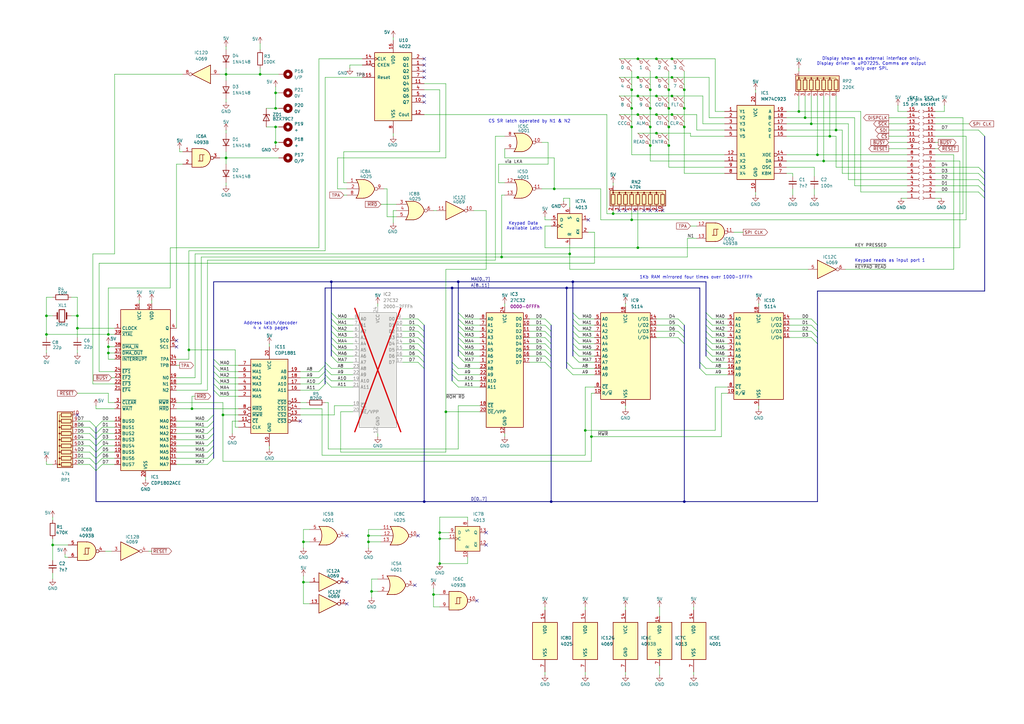
<source format=kicad_sch>
(kicad_sch (version 20231120) (generator "eeschema") (generator_version "8.0")
  (paper "A3")
  (lib_symbols
    (symbol "4xxx:4001" (pin_names (offset 1.016))
      (property "Reference" "U" (at 0 1.27 0))
      (property "Value" "4001" (at 0 -1.27 0))
      (symbol "4001_1_1"
        (pin input line (at -7.62 2.54 0) (length 4.318) (name "~") (number "1"))
        (pin input line (at -7.62 -2.54 0) (length 4.318) (name "~") (number "2"))
        (pin output inverted (at 7.62 0 180) (length 3.81) (name "~") (number "3"))
      )
      (symbol "4001_1_2"
        (pin input inverted (at -7.62 2.54 0) (length 3.81) (name "~") (number "1"))
        (pin input inverted (at -7.62 -2.54 0) (length 3.81) (name "~") (number "2"))
        (pin output line (at 7.62 0 180) (length 3.81) (name "~") (number "3"))
      )
      (symbol "4001_2_1"
        (pin output inverted (at 7.62 0 180) (length 3.81) (name "~") (number "4"))
        (pin input line (at -7.62 2.54 0) (length 4.318) (name "~") (number "5"))
        (pin input line (at -7.62 -2.54 0) (length 4.318) (name "~") (number "6"))
      )
      (symbol "4001_2_2"
        (pin output line (at 7.62 0 180) (length 3.81) (name "~") (number "4"))
        (pin input inverted (at -7.62 2.54 0) (length 3.81) (name "~") (number "5"))
        (pin input inverted (at -7.62 -2.54 0) (length 3.81) (name "~") (number "6"))
      )
      (symbol "4001_3_1"
        (pin output inverted (at 7.62 0 180) (length 3.81) (name "~") (number "10"))
        (pin input line (at -7.62 2.54 0) (length 4.318) (name "~") (number "8"))
        (pin input line (at -7.62 -2.54 0) (length 4.318) (name "~") (number "9"))
      )
      (symbol "4001_3_2"
        (pin output line (at 7.62 0 180) (length 3.81) (name "~") (number "10"))
        (pin input inverted (at -7.62 2.54 0) (length 3.81) (name "~") (number "8"))
        (pin input inverted (at -7.62 -2.54 0) (length 3.81) (name "~") (number "9"))
      )
      (symbol "4001_4_1"
        (pin output inverted (at 7.62 0 180) (length 3.81) (name "~") (number "11"))
        (pin input line (at -7.62 2.54 0) (length 4.318) (name "~") (number "12"))
        (pin input line (at -7.62 -2.54 0) (length 4.318) (name "~") (number "13"))
      )
      (symbol "4001_4_2"
        (pin output line (at 7.62 0 180) (length 3.81) (name "~") (number "11"))
        (pin input inverted (at -7.62 2.54 0) (length 3.81) (name "~") (number "12"))
        (pin input inverted (at -7.62 -2.54 0) (length 3.81) (name "~") (number "13"))
      )
      (symbol "4001_5_0"
        (pin power_in line (at 0 12.7 270) (length 5.08) (name "VDD") (number "14"))
        (pin power_in line (at 0 -12.7 90) (length 5.08) (name "VSS") (number "7"))
      )
    )
    (symbol "4xxx:4013" (pin_names (offset 1.016))
      (property "Reference" "U" (at -7.62 8.89 0))
      (property "Value" "4013" (at -7.62 -8.89 0))
      (symbol "4013_1_1"
        (pin output line (at 7.62 2.54 180) (length 2.54) (name "Q") (number "1"))
        (pin output line (at 7.62 -2.54 180) (length 2.54) (name "~{Q}") (number "2"))
        (pin input clock (at -7.62 0 0) (length 2.54) (name "C") (number "3"))
        (pin input line (at 0 -7.62 90) (length 2.54) (name "R") (number "4"))
        (pin input line (at -7.62 2.54 0) (length 2.54) (name "D") (number "5"))
        (pin input line (at 0 7.62 270) (length 2.54) (name "S") (number "6"))
      )
      (symbol "4013_2_1"
        (pin input line (at 0 -7.62 90) (length 2.54) (name "R") (number "10"))
        (pin input clock (at -7.62 0 0) (length 2.54) (name "C") (number "11"))
        (pin output line (at 7.62 -2.54 180) (length 2.54) (name "~{Q}") (number "12"))
        (pin output line (at 7.62 2.54 180) (length 2.54) (name "Q") (number "13"))
        (pin input line (at 0 7.62 270) (length 2.54) (name "S") (number "8"))
        (pin input line (at -7.62 2.54 0) (length 2.54) (name "D") (number "9"))
      )
      (symbol "4013_3_0"
        (pin power_in line (at 0 10.16 270) (length 2.54) (name "VDD") (number "14"))
        (pin power_in line (at 0 -10.16 90) (length 2.54) (name "VSS") (number "7"))
      )
    )
    (symbol "4xxx:4022" (pin_names (offset 1.016))
      (property "Reference" "U" (at -7.62 13.97 0))
      (property "Value" "4022" (at -7.62 -16.51 0))
      (symbol "4022_1_0"
        (pin output line (at 12.7 7.62 180) (length 5.08) (name "Q1") (number "1"))
        (pin output line (at 12.7 -7.62 180) (length 5.08) (name "Q7") (number "10"))
        (pin output line (at 12.7 0 180) (length 5.08) (name "Q4") (number "11"))
        (pin output line (at 12.7 -12.7 180) (length 5.08) (name "Cout") (number "12"))
        (pin input inverted (at -12.7 7.62 0) (length 5.08) (name "CKEN") (number "13"))
        (pin input clock (at -12.7 10.16 0) (length 5.08) (name "CLK") (number "14"))
        (pin input line (at -12.7 2.54 0) (length 5.08) (name "Reset") (number "15"))
        (pin power_in line (at 0 17.78 270) (length 5.08) (name "VDD") (number "16"))
        (pin output line (at 12.7 10.16 180) (length 5.08) (name "Q0") (number "2"))
        (pin output line (at 12.7 5.08 180) (length 5.08) (name "Q2") (number "3"))
        (pin output line (at 12.7 -2.54 180) (length 5.08) (name "Q5") (number "4"))
        (pin output line (at 12.7 -5.08 180) (length 5.08) (name "Q6") (number "5"))
        (pin no_connect line (at -12.7 -5.08 0) (length 5.08) hide (name "NC") (number "6"))
        (pin output line (at 12.7 2.54 180) (length 5.08) (name "Q3") (number "7"))
        (pin power_in line (at 0 -20.32 90) (length 5.08) (name "VSS") (number "8"))
        (pin no_connect line (at -12.7 -7.62 0) (length 5.08) hide (name "NC") (number "9"))
      )
    )
    (symbol "4xxx:4025" (pin_names (offset 1.016))
      (property "Reference" "U" (at 0 1.27 0))
      (property "Value" "4025" (at 0 -1.27 0))
      (symbol "4025_1_1"
        (pin input line (at -7.62 2.54 0) (length 4.318) (name "~") (number "1"))
        (pin input line (at -7.62 0 0) (length 4.953) (name "~") (number "2"))
        (pin input line (at -7.62 -2.54 0) (length 4.318) (name "~") (number "8"))
        (pin output inverted (at 7.62 0 180) (length 3.81) (name "~") (number "9"))
      )
      (symbol "4025_1_2"
        (pin input inverted (at -7.62 2.54 0) (length 3.81) (name "~") (number "1"))
        (pin input inverted (at -7.62 0 0) (length 3.81) (name "~") (number "2"))
        (pin input inverted (at -7.62 -2.54 0) (length 3.81) (name "~") (number "8"))
        (pin output line (at 7.62 0 180) (length 3.81) (name "~") (number "9"))
      )
      (symbol "4025_2_1"
        (pin input line (at -7.62 2.54 0) (length 4.318) (name "~") (number "3"))
        (pin input line (at -7.62 0 0) (length 4.953) (name "~") (number "4"))
        (pin input line (at -7.62 -2.54 0) (length 4.318) (name "~") (number "5"))
        (pin output inverted (at 7.62 0 180) (length 3.81) (name "~") (number "6"))
      )
      (symbol "4025_2_2"
        (pin input inverted (at -7.62 2.54 0) (length 3.81) (name "~") (number "3"))
        (pin input inverted (at -7.62 0 0) (length 3.81) (name "~") (number "4"))
        (pin input inverted (at -7.62 -2.54 0) (length 3.81) (name "~") (number "5"))
        (pin output line (at 7.62 0 180) (length 3.81) (name "~") (number "6"))
      )
      (symbol "4025_3_1"
        (pin output inverted (at 7.62 0 180) (length 3.81) (name "~") (number "10"))
        (pin input line (at -7.62 2.54 0) (length 4.318) (name "~") (number "11"))
        (pin input line (at -7.62 0 0) (length 4.953) (name "~") (number "12"))
        (pin input line (at -7.62 -2.54 0) (length 4.318) (name "~") (number "13"))
      )
      (symbol "4025_3_2"
        (pin output line (at 7.62 0 180) (length 3.81) (name "~") (number "10"))
        (pin input inverted (at -7.62 2.54 0) (length 3.81) (name "~") (number "11"))
        (pin input inverted (at -7.62 0 0) (length 3.81) (name "~") (number "12"))
        (pin input inverted (at -7.62 -2.54 0) (length 3.81) (name "~") (number "13"))
      )
      (symbol "4025_4_0"
        (pin power_in line (at 0 12.7 270) (length 5.08) (name "VDD") (number "14"))
        (pin power_in line (at 0 -12.7 90) (length 5.08) (name "VSS") (number "7"))
      )
    )
    (symbol "4xxx:4069" (pin_names (offset 1.016))
      (property "Reference" "U" (at 0 1.27 0))
      (property "Value" "4069" (at 0 -1.27 0))
      (symbol "4069_1_0"
        (pin input line (at -7.62 0 0) (length 3.81) (name "~") (number "1"))
        (pin output inverted (at 7.62 0 180) (length 3.81) (name "~") (number "2"))
      )
      (symbol "4069_2_0"
        (pin input line (at -7.62 0 0) (length 3.81) (name "~") (number "3"))
        (pin output inverted (at 7.62 0 180) (length 3.81) (name "~") (number "4"))
      )
      (symbol "4069_3_0"
        (pin input line (at -7.62 0 0) (length 3.81) (name "~") (number "5"))
        (pin output inverted (at 7.62 0 180) (length 3.81) (name "~") (number "6"))
      )
      (symbol "4069_4_0"
        (pin output inverted (at 7.62 0 180) (length 3.81) (name "~") (number "8"))
        (pin input line (at -7.62 0 0) (length 3.81) (name "~") (number "9"))
      )
      (symbol "4069_5_0"
        (pin output inverted (at 7.62 0 180) (length 3.81) (name "~") (number "10"))
        (pin input line (at -7.62 0 0) (length 3.81) (name "~") (number "11"))
      )
      (symbol "4069_6_0"
        (pin output inverted (at 7.62 0 180) (length 3.81) (name "~") (number "12"))
        (pin input line (at -7.62 0 0) (length 3.81) (name "~") (number "13"))
      )
      (symbol "4069_7_0"
        (pin power_in line (at 0 12.7 270) (length 5.08) (name "VDD") (number "14"))
        (pin power_in line (at 0 -12.7 90) (length 5.08) (name "VSS") (number "7"))
      )
    )
    (symbol "4xxx:HEF4093B" (pin_names (offset 1.016))
      (property "Reference" "U" (at 0 1.27 0))
      (property "Value" "HEF4093B" (at 0 -1.27 0))
      (symbol "HEF4093B_1_1"
        (pin input line (at -7.62 2.54 0) (length 3.81) (name "~") (number "1"))
        (pin input line (at -7.62 -2.54 0) (length 3.81) (name "~") (number "2"))
        (pin output inverted (at 7.62 0 180) (length 3.81) (name "~") (number "3"))
      )
      (symbol "HEF4093B_1_2"
        (pin input inverted (at -7.62 2.54 0) (length 4.318) (name "~") (number "1"))
        (pin input inverted (at -7.62 -2.54 0) (length 4.318) (name "~") (number "2"))
        (pin output line (at 7.62 0 180) (length 3.81) (name "~") (number "3"))
      )
      (symbol "HEF4093B_2_1"
        (pin output inverted (at 7.62 0 180) (length 3.81) (name "~") (number "4"))
        (pin input line (at -7.62 2.54 0) (length 3.81) (name "~") (number "5"))
        (pin input line (at -7.62 -2.54 0) (length 3.81) (name "~") (number "6"))
      )
      (symbol "HEF4093B_2_2"
        (pin output line (at 7.62 0 180) (length 3.81) (name "~") (number "4"))
        (pin input inverted (at -7.62 2.54 0) (length 4.318) (name "~") (number "5"))
        (pin input inverted (at -7.62 -2.54 0) (length 4.318) (name "~") (number "6"))
      )
      (symbol "HEF4093B_3_1"
        (pin output inverted (at 7.62 0 180) (length 3.81) (name "~") (number "10"))
        (pin input line (at -7.62 2.54 0) (length 3.81) (name "~") (number "8"))
        (pin input line (at -7.62 -2.54 0) (length 3.81) (name "~") (number "9"))
      )
      (symbol "HEF4093B_3_2"
        (pin output line (at 7.62 0 180) (length 3.81) (name "~") (number "10"))
        (pin input inverted (at -7.62 2.54 0) (length 4.318) (name "~") (number "8"))
        (pin input inverted (at -7.62 -2.54 0) (length 4.318) (name "~") (number "9"))
      )
      (symbol "HEF4093B_4_1"
        (pin output inverted (at 7.62 0 180) (length 3.81) (name "~") (number "11"))
        (pin input line (at -7.62 2.54 0) (length 3.81) (name "~") (number "12"))
        (pin input line (at -7.62 -2.54 0) (length 3.81) (name "~") (number "13"))
      )
      (symbol "HEF4093B_4_2"
        (pin output line (at 7.62 0 180) (length 3.81) (name "~") (number "11"))
        (pin input inverted (at -7.62 2.54 0) (length 4.318) (name "~") (number "12"))
        (pin input inverted (at -7.62 -2.54 0) (length 4.318) (name "~") (number "13"))
      )
      (symbol "HEF4093B_5_0"
        (pin power_in line (at 0 12.7 270) (length 5.08) (name "VCC") (number "14"))
        (pin power_in line (at 0 -12.7 90) (length 5.08) (name "GND") (number "7"))
      )
    )
    (symbol "74xx:MM74C923" (pin_names (offset 1.016))
      (property "Reference" "U" (at -7.62 16.51 0))
      (property "Value" "MM74C923" (at -7.62 -16.51 0))
      (symbol "MM74C923_1_0"
        (pin input line (at -12.7 12.7 0) (length 5.08) (name "Y1") (number "1"))
        (pin power_in line (at 0 -20.32 90) (length 5.08) (name "GND") (number "10"))
        (pin output line (at -12.7 -7.62 0) (length 5.08) (name "X2") (number "11"))
        (pin output line (at -12.7 -5.08 0) (length 5.08) (name "X1") (number "12"))
        (pin output line (at 12.7 -7.62 180) (length 5.08) (name "DA") (number "13"))
        (pin input inverted (at 12.7 -5.08 180) (length 5.08) (name "XOE") (number "14"))
        (pin tri_state line (at 12.7 2.54 180) (length 5.08) (name "E") (number "15"))
        (pin tri_state line (at 12.7 5.08 180) (length 5.08) (name "D") (number "16"))
        (pin tri_state line (at 12.7 7.62 180) (length 5.08) (name "C") (number "17"))
        (pin tri_state line (at 12.7 10.16 180) (length 5.08) (name "B") (number "18"))
        (pin tri_state line (at 12.7 12.7 180) (length 5.08) (name "A") (number "19"))
        (pin input line (at -12.7 10.16 0) (length 5.08) (name "Y2") (number "2"))
        (pin power_in line (at 0 20.32 270) (length 5.08) (name "VCC") (number "20"))
        (pin input line (at -12.7 7.62 0) (length 5.08) (name "Y3") (number "3"))
        (pin input line (at -12.7 5.08 0) (length 5.08) (name "Y4") (number "4"))
        (pin input line (at -12.7 2.54 0) (length 5.08) (name "Y5") (number "5"))
        (pin input line (at 12.7 -10.16 180) (length 5.08) (name "OSC") (number "6"))
        (pin input line (at 12.7 -12.7 180) (length 5.08) (name "KBM") (number "7"))
        (pin output line (at -12.7 -12.7 0) (length 5.08) (name "X4") (number "8"))
        (pin output line (at -12.7 -10.16 0) (length 5.08) (name "X3") (number "9"))
      )
    )
    (symbol "CDP1881C_1"
      (property "Reference" "IC" (at 2.54 19.05 0))
      (property "Value" "CDP1881" (at 6.35 16.51 0))
      (symbol "CDP1881C_1_1_0"
        (pin input line (at -12.7 -12.7 0) (length 5.08) (name "CLK") (number "1"))
        (pin power_in line (at 0 -20.32 90) (length 5.08) (name "GND") (number "10"))
        (pin input inverted (at -12.7 -10.16 0) (length 5.08) (name "~{CE}") (number "11"))
        (pin output inverted (at 12.7 -10.16 180) (length 5.08) (name "~{CS3}") (number "12"))
        (pin output inverted (at 12.7 -7.62 180) (length 5.08) (name "~{CS2}") (number "13"))
        (pin output inverted (at 12.7 -5.08 180) (length 5.08) (name "~{CS1}") (number "14"))
        (pin output inverted (at 12.7 -2.54 180) (length 5.08) (name "~{CS0}") (number "15"))
        (pin output line (at 12.7 2.54 180) (length 5.08) (name "A11") (number "16"))
        (pin output line (at 12.7 5.08 180) (length 5.08) (name "A10") (number "17"))
        (pin output line (at 12.7 7.62 180) (length 5.08) (name "A9") (number "18"))
        (pin output line (at 12.7 10.16 180) (length 5.08) (name "A8") (number "19"))
        (pin input line (at -12.7 0 0) (length 5.08) (name "MA5") (number "2"))
        (pin power_in line (at 0 20.32 270) (length 5.08) (name "VCC") (number "20"))
        (pin input line (at -12.7 2.54 0) (length 5.08) (name "MA4") (number "3"))
        (pin input line (at -12.7 5.08 0) (length 5.08) (name "MA3") (number "4"))
        (pin input line (at -12.7 7.62 0) (length 5.08) (name "MA2") (number "5"))
        (pin input line (at -12.7 10.16 0) (length 5.08) (name "MA1") (number "6"))
        (pin input line (at -12.7 12.7 0) (length 5.08) (name "MA0") (number "7"))
        (pin input inverted (at -12.7 -5.08 0) (length 5.08) (name "~{MRD}") (number "8"))
        (pin input inverted (at -12.7 -7.62 0) (length 5.08) (name "~{MWR}") (number "9"))
      )
    )
    (symbol "CPU:CDP1802ACE"
      (property "Reference" "U" (at -10.16 34.29 0))
      (property "Value" "CDP1802ACE" (at 3.81 34.29 0))
      (symbol "CDP1802ACE_1_1"
        (pin input line (at -12.7 25.4 0) (length 2.54) (name "CLOCK") (number "1"))
        (pin bidirectional line (at -12.7 -25.4 0) (length 2.54) (name "BUS5") (number "10"))
        (pin bidirectional line (at -12.7 -22.86 0) (length 2.54) (name "BUS4") (number "11"))
        (pin bidirectional line (at -12.7 -20.32 0) (length 2.54) (name "BUS3") (number "12"))
        (pin bidirectional line (at -12.7 -17.78 0) (length 2.54) (name "BUS2") (number "13"))
        (pin bidirectional line (at -12.7 -15.24 0) (length 2.54) (name "BUS1") (number "14"))
        (pin bidirectional line (at -12.7 -12.7 0) (length 2.54) (name "BUS0") (number "15"))
        (pin power_in line (at -2.54 35.56 270) (length 2.54) (name "VCC") (number "16"))
        (pin output line (at 12.7 0 180) (length 2.54) (name "N2") (number "17"))
        (pin output line (at 12.7 2.54 180) (length 2.54) (name "N1") (number "18"))
        (pin output line (at 12.7 5.08 180) (length 2.54) (name "N0") (number "19"))
        (pin input line (at -12.7 -7.62 0) (length 2.54) (name "~{WAIT}") (number "2"))
        (pin power_in line (at 0 -35.56 90) (length 2.54) (name "VSS") (number "20"))
        (pin input line (at -12.7 0 0) (length 2.54) (name "~{EF4}") (number "21"))
        (pin input line (at -12.7 2.54 0) (length 2.54) (name "~{EF3}") (number "22"))
        (pin input line (at -12.7 5.08 0) (length 2.54) (name "~{EF2}") (number "23"))
        (pin input line (at -12.7 7.62 0) (length 2.54) (name "~{EF1}") (number "24"))
        (pin output line (at 12.7 -12.7 180) (length 2.54) (name "MA0") (number "25"))
        (pin output line (at 12.7 -15.24 180) (length 2.54) (name "MA1") (number "26"))
        (pin output line (at 12.7 -17.78 180) (length 2.54) (name "MA2") (number "27"))
        (pin output line (at 12.7 -20.32 180) (length 2.54) (name "MA3") (number "28"))
        (pin output line (at 12.7 -22.86 180) (length 2.54) (name "MA4") (number "29"))
        (pin input line (at -12.7 -5.08 0) (length 2.54) (name "~{CLEAR}") (number "3"))
        (pin output line (at 12.7 -25.4 180) (length 2.54) (name "MA5") (number "30"))
        (pin output line (at 12.7 -27.94 180) (length 2.54) (name "MA6") (number "31"))
        (pin output line (at 12.7 -30.48 180) (length 2.54) (name "MA7") (number "32"))
        (pin output line (at 12.7 10.16 180) (length 2.54) (name "TPB") (number "33"))
        (pin output line (at 12.7 12.7 180) (length 2.54) (name "TPA") (number "34"))
        (pin output line (at 12.7 -5.08 180) (length 2.54) (name "~{MWR}") (number "35"))
        (pin input line (at -12.7 12.7 0) (length 2.54) (name "~{INTERRUPT}") (number "36"))
        (pin input line (at -12.7 15.24 0) (length 2.54) (name "~{DMA_OUT}") (number "37"))
        (pin input line (at -12.7 17.78 0) (length 2.54) (name "~{DMA_IN}") (number "38"))
        (pin output line (at -12.7 22.86 0) (length 2.54) (name "~{XTAL}") (number "39"))
        (pin output line (at 12.7 25.4 180) (length 2.54) (name "Q") (number "4"))
        (pin power_in line (at 2.54 35.56 270) (length 2.54) (name "VDD") (number "40"))
        (pin output line (at 12.7 17.78 180) (length 2.54) (name "SC1") (number "5"))
        (pin output line (at 12.7 20.32 180) (length 2.54) (name "SC0") (number "6"))
        (pin output line (at 12.7 -7.62 180) (length 2.54) (name "~{MRD}") (number "7"))
        (pin bidirectional line (at -12.7 -30.48 0) (length 2.54) (name "BUS7") (number "8"))
        (pin bidirectional line (at -12.7 -27.94 0) (length 2.54) (name "BUS6") (number "9"))
      )
    )
    (symbol "Connector:Conn_01x15_Socket" (pin_names (offset 1.016) hide)
      (property "Reference" "J" (at 0 20.32 0))
      (property "Value" "Conn_01x15_Socket" (at 0 -20.32 0))
      (symbol "Conn_01x15_Socket_1_1"
        (pin passive line (at -5.08 17.78 0) (length 3.81) (name "Pin_1") (number "1"))
        (pin passive line (at -5.08 -5.08 0) (length 3.81) (name "Pin_10") (number "10"))
        (pin passive line (at -5.08 -7.62 0) (length 3.81) (name "Pin_11") (number "11"))
        (pin passive line (at -5.08 -10.16 0) (length 3.81) (name "Pin_12") (number "12"))
        (pin passive line (at -5.08 -12.7 0) (length 3.81) (name "Pin_13") (number "13"))
        (pin passive line (at -5.08 -15.24 0) (length 3.81) (name "Pin_14") (number "14"))
        (pin passive line (at -5.08 -17.78 0) (length 3.81) (name "Pin_15") (number "15"))
        (pin passive line (at -5.08 15.24 0) (length 3.81) (name "Pin_2") (number "2"))
        (pin passive line (at -5.08 12.7 0) (length 3.81) (name "Pin_3") (number "3"))
        (pin passive line (at -5.08 10.16 0) (length 3.81) (name "Pin_4") (number "4"))
        (pin passive line (at -5.08 7.62 0) (length 3.81) (name "Pin_5") (number "5"))
        (pin passive line (at -5.08 5.08 0) (length 3.81) (name "Pin_6") (number "6"))
        (pin passive line (at -5.08 2.54 0) (length 3.81) (name "Pin_7") (number "7"))
        (pin passive line (at -5.08 0 0) (length 3.81) (name "Pin_8") (number "8"))
        (pin passive line (at -5.08 -2.54 0) (length 3.81) (name "Pin_9") (number "9"))
      )
    )
    (symbol "Device:C_Small" (pin_numbers hide) (pin_names (offset 0.254) hide)
      (property "Reference" "C" (at 0.254 1.778 0))
      (property "Value" "C_Small" (at 0.254 -2.032 0))
      (symbol "C_Small_1_1"
        (pin passive line (at 0 2.54 270) (length 2.032) (name "~") (number "1"))
        (pin passive line (at 0 -2.54 90) (length 2.032) (name "~") (number "2"))
      )
    )
    (symbol "Device:Crystal" (pin_numbers hide) (pin_names (offset 1.016) hide)
      (property "Reference" "Y" (at 0 3.81 0))
      (property "Value" "Crystal" (at 0 -3.81 0))
      (symbol "Crystal_1_1"
        (pin passive line (at -3.81 0 0) (length 1.27) (name "1") (number "1"))
        (pin passive line (at 3.81 0 180) (length 1.27) (name "2") (number "2"))
      )
    )
    (symbol "Device:D_Zener" (pin_numbers hide) (pin_names (offset 1.016) hide)
      (property "Reference" "D" (at 0 2.54 0))
      (property "Value" "D_Zener" (at 0 -2.54 0))
      (symbol "D_Zener_1_1"
        (pin passive line (at -3.81 0 0) (length 2.54) (name "K") (number "1"))
        (pin passive line (at 3.81 0 180) (length 2.54) (name "A") (number "2"))
      )
    )
    (symbol "Device:R" (pin_numbers hide) (pin_names (offset 0))
      (property "Reference" "R" (at 2.032 0 90))
      (property "Value" "R" (at 0 0 90))
      (symbol "R_1_1"
        (pin passive line (at 0 3.81 270) (length 1.27) (name "~") (number "1"))
        (pin passive line (at 0 -3.81 90) (length 1.27) (name "~") (number "2"))
      )
    )
    (symbol "Device:R_Network07" (pin_names (offset 0) hide)
      (property "Reference" "RN" (at -10.16 0 90))
      (property "Value" "R_Network07" (at 10.16 0 90))
      (symbol "R_Network07_1_1"
        (pin passive line (at -7.62 5.08 270) (length 2.54) (name "common") (number "1"))
        (pin passive line (at -7.62 -5.08 90) (length 1.27) (name "R1") (number "2"))
        (pin passive line (at -5.08 -5.08 90) (length 1.27) (name "R2") (number "3"))
        (pin passive line (at -2.54 -5.08 90) (length 1.27) (name "R3") (number "4"))
        (pin passive line (at 0 -5.08 90) (length 1.27) (name "R4") (number "5"))
        (pin passive line (at 2.54 -5.08 90) (length 1.27) (name "R5") (number "6"))
        (pin passive line (at 5.08 -5.08 90) (length 1.27) (name "R6") (number "7"))
        (pin passive line (at 7.62 -5.08 90) (length 1.27) (name "R7") (number "8"))
      )
    )
    (symbol "Device:R_Network09" (pin_names (offset 0) hide)
      (property "Reference" "RN" (at -12.7 0 90))
      (property "Value" "R_Network09" (at 12.7 0 90))
      (symbol "R_Network09_1_1"
        (pin passive line (at -10.16 5.08 270) (length 2.54) (name "common") (number "1"))
        (pin passive line (at 10.16 -5.08 90) (length 1.27) (name "R9") (number "10"))
        (pin passive line (at -10.16 -5.08 90) (length 1.27) (name "R1") (number "2"))
        (pin passive line (at -7.62 -5.08 90) (length 1.27) (name "R2") (number "3"))
        (pin passive line (at -5.08 -5.08 90) (length 1.27) (name "R3") (number "4"))
        (pin passive line (at -2.54 -5.08 90) (length 1.27) (name "R4") (number "5"))
        (pin passive line (at 0 -5.08 90) (length 1.27) (name "R5") (number "6"))
        (pin passive line (at 2.54 -5.08 90) (length 1.27) (name "R6") (number "7"))
        (pin passive line (at 5.08 -5.08 90) (length 1.27) (name "R7") (number "8"))
        (pin passive line (at 7.62 -5.08 90) (length 1.27) (name "R8") (number "9"))
      )
    )
    (symbol "Diode:1N4148" (pin_numbers hide) (pin_names hide)
      (property "Reference" "D" (at 0 2.54 0))
      (property "Value" "1N4148" (at 0 -2.54 0))
      (symbol "1N4148_1_1"
        (pin passive line (at -3.81 0 0) (length 2.54) (name "K") (number "1"))
        (pin passive line (at 3.81 0 180) (length 2.54) (name "A") (number "2"))
      )
    )
    (symbol "Mechanical:MountingHole_Pad_MP" (pin_numbers hide) (pin_names (offset 1.016) hide) (exclude_from_sim yes) (in_bom no)
      (property "Reference" "H" (at 0 6.35 0))
      (property "Value" "MountingHole_Pad_MP" (at 0 4.445 0))
      (symbol "MountingHole_Pad_MP_1_1"
        (pin input line (at 0 -2.54 90) (length 2.54) (name "MP") (number "MP"))
      )
    )
    (symbol "Memory_EPROM:27C32"
      (property "Reference" "U" (at -7.62 24.13 0))
      (property "Value" "27C32" (at 2.286 -25.654 0))
      (property "Address" "X000-XFFFh" (at 0 -11.176 0))
      (symbol "27C32_1_1"
        (pin input line (at -10.16 2.54 0) (length 2.54) (name "A7") (number "1"))
        (pin tri_state line (at 10.16 17.78 180) (length 2.54) (name "D1") (number "10"))
        (pin tri_state line (at 10.16 15.24 180) (length 2.54) (name "D2") (number "11"))
        (pin power_in line (at 0 -26.67 90) (length 2.54) (name "GND") (number "12"))
        (pin tri_state line (at 10.16 12.7 180) (length 2.54) (name "D3") (number "13"))
        (pin tri_state line (at 10.16 10.16 180) (length 2.54) (name "D4") (number "14"))
        (pin tri_state line (at 10.16 7.62 180) (length 2.54) (name "D5") (number "15"))
        (pin tri_state line (at 10.16 5.08 180) (length 2.54) (name "D6") (number "16"))
        (pin tri_state line (at 10.16 2.54 180) (length 2.54) (name "D7") (number "17"))
        (pin input line (at -10.16 -15.24 0) (length 2.54) (name "~{CE}") (number "18"))
        (pin input line (at -10.16 -5.08 0) (length 2.54) (name "A10") (number "19"))
        (pin input line (at -10.16 5.08 0) (length 2.54) (name "A6") (number "2"))
        (pin input line (at -10.16 -17.78 0) (length 2.54) (name "~{OE}/VPP") (number "20"))
        (pin input line (at -10.16 -7.62 0) (length 2.54) (name "A11") (number "21"))
        (pin input line (at -10.16 -2.54 0) (length 2.54) (name "A9") (number "22"))
        (pin input line (at -10.16 0 0) (length 2.54) (name "A8") (number "23"))
        (pin power_in line (at 0 25.4 270) (length 2.54) (name "VCC") (number "24"))
        (pin input line (at -10.16 7.62 0) (length 2.54) (name "A5") (number "3"))
        (pin input line (at -10.16 10.16 0) (length 2.54) (name "A4") (number "4"))
        (pin input line (at -10.16 12.7 0) (length 2.54) (name "A3") (number "5"))
        (pin input line (at -10.16 15.24 0) (length 2.54) (name "A2") (number "6"))
        (pin input line (at -10.16 17.78 0) (length 2.54) (name "A1") (number "7"))
        (pin input line (at -10.16 20.32 0) (length 2.54) (name "A0") (number "8"))
        (pin tri_state line (at 10.16 20.32 180) (length 2.54) (name "D0") (number "9"))
      )
    )
    (symbol "Memory_RAM:5114"
      (property "Reference" "U" (at 3.81 20.828 0))
      (property "Value" "5114" (at 5.588 18.796 0))
      (symbol "5114_1_0"
        (pin power_in line (at 0 20.32 270) (length 2.54) (name "VCC") (number "18"))
        (pin power_in line (at 0 -20.32 90) (length 2.54) (name "VSS") (number "9"))
      )
      (symbol "5114_1_1"
        (pin input line (at -12.7 0 0) (length 2.54) (name "A6") (number "1"))
        (pin no_connect line (at 0 -2.54 0) (length 2.54) hide (name "NC") (number "1"))
        (pin input line (at -12.7 -15.24 0) (length 2.54) (name "R/~{W}") (number "10"))
        (pin tri_state line (at 12.7 7.62 180) (length 2.54) (name "I/O4") (number "11"))
        (pin tri_state line (at 12.7 10.16 180) (length 2.54) (name "I/O3") (number "12"))
        (pin tri_state line (at 12.7 12.7 180) (length 2.54) (name "I/O2") (number "13"))
        (pin tri_state line (at 12.7 15.24 180) (length 2.54) (name "I/O1") (number "14"))
        (pin input line (at -12.7 -7.62 0) (length 2.54) (name "A9") (number "15"))
        (pin input line (at -12.7 -5.08 0) (length 2.54) (name "A8") (number "16"))
        (pin input line (at -12.7 -2.54 0) (length 2.54) (name "A7") (number "17"))
        (pin input line (at -12.7 2.54 0) (length 2.54) (name "A5") (number "2"))
        (pin input line (at -12.7 5.08 0) (length 2.54) (name "A4") (number "3"))
        (pin input line (at -12.7 7.62 0) (length 2.54) (name "A3") (number "4"))
        (pin input line (at -12.7 15.24 0) (length 2.54) (name "A0") (number "5"))
        (pin input line (at -12.7 12.7 0) (length 2.54) (name "A1") (number "6"))
        (pin input line (at -12.7 10.16 0) (length 2.54) (name "A2") (number "7"))
        (pin input line (at -12.7 -12.7 0) (length 2.54) (name "~{CE}") (number "8"))
      )
    )
    (symbol "Switch:SW_Push_45deg" (pin_numbers hide) (pin_names (offset 1.016) hide)
      (property "Reference" "SW" (at 3.048 1.016 0))
      (property "Value" "SW_Push_45deg" (at 0 -3.81 0))
      (symbol "SW_Push_45deg_0_1"
        (pin passive line (at -2.54 2.54 0) (length 0) (name "1") (number "1"))
        (pin passive line (at 2.54 -2.54 180) (length 0) (name "2") (number "2"))
      )
    )
    (symbol "power:+5V" (power) (pin_numbers hide) (pin_names (offset 0) hide)
      (property "Value" "+5V" (at 0 3.556 0))
      (symbol "+5V_1_1"
        (pin power_in line (at 0 0 90) (length 0) (name "~") (number "1"))
      )
    )
    (symbol "power:GND" (power) (pin_numbers hide) (pin_names (offset 0) hide)
      (property "Value" "GND" (at 0 -3.81 0))
      (symbol "GND_1_1"
        (pin power_in line (at 0 0 270) (length 0) (name "~") (number "1"))
      )
    )
  )
  (junction (at 21.59 223.52))
  (junction (at 106.68 30.48))
  (junction (at 261.62 31.75))
  (junction (at 124.46 222.25))
  (junction (at 251.46 87.63))
  (junction (at 261.62 46.99))
  (junction (at 234.95 115.57))
  (junction (at 226.06 205.74))
  (junction (at 180.34 218.44))
  (junction (at 19.05 137.16))
  (junction (at 124.46 238.76))
  (junction (at 242.57 179.07))
  (junction (at 269.24 24.13))
  (junction (at 266.7 59.69))
  (junction (at 269.24 46.99))
  (junction (at 330.2 48.26))
  (junction (at 335.28 63.5))
  (junction (at 259.08 44.45))
  (junction (at 227.33 77.47))
  (junction (at 31.75 129.54))
  (junction (at 113.03 44.45))
  (junction (at 327.66 45.72))
  (junction (at 173.99 205.74))
  (junction (at 205.74 105.41))
  (junction (at 342.9 53.34))
  (junction (at 19.05 129.54))
  (junction (at 44.45 137.16))
  (junction (at 280.67 52.07))
  (junction (at 340.36 55.88))
  (junction (at 332.74 50.8))
  (junction (at 31.75 134.62))
  (junction (at 275.59 46.99))
  (junction (at 274.32 59.69))
  (junction (at 274.32 44.45))
  (junction (at 269.24 39.37))
  (junction (at 274.32 36.83))
  (junction (at 275.59 31.75))
  (junction (at 266.7 52.07))
  (junction (at 152.4 242.57))
  (junction (at 280.67 36.83))
  (junction (at 182.88 168.91))
  (junction (at 240.03 176.53))
  (junction (at 177.8 243.84))
  (junction (at 269.24 54.61))
  (junction (at 261.62 101.6))
  (junction (at 266.7 44.45))
  (junction (at 261.62 39.37))
  (junction (at 261.62 24.13))
  (junction (at 280.67 44.45))
  (junction (at 113.03 38.1))
  (junction (at 185.42 118.11))
  (junction (at 44.45 144.78))
  (junction (at 78.74 167.64))
  (junction (at 259.08 90.17))
  (junction (at 259.08 52.07))
  (junction (at 92.71 30.48))
  (junction (at 113.03 58.42))
  (junction (at 135.89 115.57))
  (junction (at 337.82 66.04))
  (junction (at 275.59 24.13))
  (junction (at 275.59 39.37))
  (junction (at 232.41 118.11))
  (junction (at 92.71 64.77))
  (junction (at 44.45 142.24))
  (junction (at 113.03 52.07))
  (junction (at 180.34 231.14))
  (junction (at 266.7 36.83))
  (junction (at 259.08 36.83))
  (junction (at 180.34 220.98))
  (junction (at 233.68 104.14))
  (junction (at 91.44 170.18))
  (junction (at 151.13 219.71))
  (junction (at 269.24 31.75))
  (junction (at 187.96 115.57))
  (junction (at 274.32 52.07))
  (junction (at 77.47 143.51))
  (junction (at 280.67 205.74))
  (junction (at 151.13 222.25))
  (no_connect (at 142.24 238.76))
  (no_connect (at 173.99 41.91))
  (no_connect (at 269.24 86.36))
  (no_connect (at 195.58 246.38))
  (no_connect (at 173.99 24.13))
  (no_connect (at 31.75 170.18))
  (no_connect (at 173.99 31.75))
  (no_connect (at 199.39 223.52))
  (no_connect (at 123.19 172.72))
  (no_connect (at 256.54 86.36))
  (no_connect (at 266.7 86.36))
  (no_connect (at 173.99 29.21))
  (no_connect (at 271.78 86.36))
  (no_connect (at 173.99 26.67))
  (no_connect (at 241.3 90.17))
  (no_connect (at 173.99 39.37))
  (no_connect (at 260.35 86.36))
  (no_connect (at 254 86.36))
  (no_connect (at 171.45 219.71))
  (no_connect (at 142.24 247.65))
  (no_connect (at 72.39 139.7))
  (no_connect (at 142.24 219.71))
  (no_connect (at 170.18 240.03))
  (no_connect (at 72.39 142.24))
  (no_connect (at 199.39 218.44))
  (no_connect (at 264.16 86.36))
  (bus_entry (at 403.86 78.74) (size -2.54 -2.54))
  (bus_entry (at 135.89 133.35) (size 2.54 2.54))
  (bus_entry (at 39.37 182.88) (size -2.54 -2.54))
  (bus_entry (at 403.86 55.88) (size -2.54 -2.54))
  (bus_entry (at 335.28 133.35) (size -2.54 -2.54))
  (bus_entry (at 133.35 154.94) (size -2.54 2.54))
  (bus_entry (at 39.37 187.96) (size -2.54 -2.54))
  (bus_entry (at 87.63 187.96) (size -2.54 2.54))
  (bus_entry (at 133.35 152.4) (size -2.54 2.54))
  (bus_entry (at 87.63 180.34) (size -2.54 2.54))
  (bus_entry (at 39.37 177.8) (size -2.54 -2.54))
  (bus_entry (at 39.37 182.88) (size 2.54 -2.54))
  (bus_entry (at 87.63 149.86) (size 2.54 2.54))
  (bus_entry (at 234.95 135.89) (size 2.54 2.54))
  (bus_entry (at 39.37 190.5) (size -2.54 -2.54))
  (bus_entry (at 135.89 130.81) (size 2.54 2.54))
  (bus_entry (at 39.37 175.26) (size -2.54 -2.54))
  (bus_entry (at 87.63 172.72) (size -2.54 2.54))
  (bus_entry (at 185.42 153.67) (size 2.54 2.54))
  (bus_entry (at 173.99 138.43) (size -2.54 -2.54))
  (bus_entry (at 87.63 157.48) (size 2.54 2.54))
  (bus_entry (at 280.67 138.43) (size -2.54 -2.54))
  (bus_entry (at 185.42 151.13) (size 2.54 2.54))
  (bus_entry (at 187.96 135.89) (size 2.54 2.54))
  (bus_entry (at 39.37 177.8) (size 2.54 -2.54))
  (bus_entry (at 87.63 175.26) (size -2.54 2.54))
  (bus_entry (at 289.56 133.35) (size 2.54 2.54))
  (bus_entry (at 187.96 133.35) (size 2.54 2.54))
  (bus_entry (at 39.37 187.96) (size 2.54 -2.54))
  (bus_entry (at 87.63 182.88) (size -2.54 2.54))
  (bus_entry (at 133.35 149.86) (size -2.54 2.54))
  (bus_entry (at 133.35 148.59) (size 2.54 2.54))
  (bus_entry (at 289.56 143.51) (size 2.54 2.54))
  (bus_entry (at 280.67 135.89) (size -2.54 -2.54))
  (bus_entry (at 280.67 133.35) (size -2.54 -2.54))
  (bus_entry (at 226.06 140.97) (size -2.54 -2.54))
  (bus_entry (at 39.37 190.5) (size 2.54 -2.54))
  (bus_entry (at 87.63 147.32) (size 2.54 2.54))
  (bus_entry (at 187.96 130.81) (size 2.54 2.54))
  (bus_entry (at 87.63 152.4) (size 2.54 2.54))
  (bus_entry (at 187.96 138.43) (size 2.54 2.54))
  (bus_entry (at 135.89 143.51) (size 2.54 2.54))
  (bus_entry (at 87.63 177.8) (size -2.54 2.54))
  (bus_entry (at 226.06 133.35) (size -2.54 -2.54))
  (bus_entry (at 403.86 73.66) (size -2.54 -2.54))
  (bus_entry (at 226.06 146.05) (size -2.54 -2.54))
  (bus_entry (at 133.35 153.67) (size 2.54 2.54))
  (bus_entry (at 135.89 135.89) (size 2.54 2.54))
  (bus_entry (at 280.67 140.97) (size -2.54 -2.54))
  (bus_entry (at 133.35 151.13) (size 2.54 2.54))
  (bus_entry (at 287.02 151.13) (size 2.54 2.54))
  (bus_entry (at 234.95 130.81) (size 2.54 2.54))
  (bus_entry (at 234.95 146.05) (size 2.54 2.54))
  (bus_entry (at 335.28 138.43) (size -2.54 -2.54))
  (bus_entry (at 234.95 128.27) (size 2.54 2.54))
  (bus_entry (at 173.99 148.59) (size -2.54 -2.54))
  (bus_entry (at 403.86 71.12) (size -2.54 -2.54))
  (bus_entry (at 87.63 170.18) (size -2.54 2.54))
  (bus_entry (at 39.37 185.42) (size 2.54 -2.54))
  (bus_entry (at 234.95 133.35) (size 2.54 2.54))
  (bus_entry (at 226.06 148.59) (size -2.54 -2.54))
  (bus_entry (at 185.42 156.21) (size 2.54 2.54))
  (bus_entry (at 39.37 180.34) (size 2.54 -2.54))
  (bus_entry (at 403.86 76.2) (size -2.54 -2.54))
  (bus_entry (at 187.96 128.27) (size 2.54 2.54))
  (bus_entry (at 289.56 138.43) (size 2.54 2.54))
  (bus_entry (at 87.63 160.02) (size 2.54 2.54))
  (bus_entry (at 289.56 130.81) (size 2.54 2.54))
  (bus_entry (at 234.95 138.43) (size 2.54 2.54))
  (bus_entry (at 187.96 140.97) (size 2.54 2.54))
  (bus_entry (at 39.37 185.42) (size -2.54 -2.54))
  (bus_entry (at 232.41 151.13) (size 2.54 2.54))
  (bus_entry (at 335.28 135.89) (size -2.54 -2.54))
  (bus_entry (at 226.06 143.51) (size -2.54 -2.54))
  (bus_entry (at 173.99 151.13) (size -2.54 -2.54))
  (bus_entry (at 187.96 146.05) (size 2.54 2.54))
  (bus_entry (at 234.95 140.97) (size 2.54 2.54))
  (bus_entry (at 234.95 143.51) (size 2.54 2.54))
  (bus_entry (at 289.56 128.27) (size 2.54 2.54))
  (bus_entry (at 133.35 157.48) (size -2.54 2.54))
  (bus_entry (at 289.56 140.97) (size 2.54 2.54))
  (bus_entry (at 173.99 143.51) (size -2.54 -2.54))
  (bus_entry (at 39.37 175.26) (size 2.54 -2.54))
  (bus_entry (at 185.42 148.59) (size 2.54 2.54))
  (bus_entry (at 39.37 193.04) (size 2.54 -2.54))
  (bus_entry (at 187.96 143.51) (size 2.54 2.54))
  (bus_entry (at 173.99 135.89) (size -2.54 -2.54))
  (bus_entry (at 87.63 154.94) (size 2.54 2.54))
  (bus_entry (at 289.56 146.05) (size 2.54 2.54))
  (bus_entry (at 39.37 180.34) (size -2.54 -2.54))
  (bus_entry (at 403.86 81.28) (size -2.54 -2.54))
  (bus_entry (at 135.89 128.27) (size 2.54 2.54))
  (bus_entry (at 173.99 140.97) (size -2.54 -2.54))
  (bus_entry (at 87.63 185.42) (size -2.54 2.54))
  (bus_entry (at 289.56 135.89) (size 2.54 2.54))
  (bus_entry (at 232.41 148.59) (size 2.54 2.54))
  (bus_entry (at 226.06 151.13) (size -2.54 -2.54))
  (bus_entry (at 173.99 133.35) (size -2.54 -2.54))
  (bus_entry (at 287.02 148.59) (size 2.54 2.54))
  (bus_entry (at 135.89 146.05) (size 2.54 2.54))
  (bus_entry (at 226.06 135.89) (size -2.54 -2.54))
  (bus_entry (at 335.28 140.97) (size -2.54 -2.54))
  (bus_entry (at 173.99 146.05) (size -2.54 -2.54))
  (bus_entry (at 226.06 138.43) (size -2.54 -2.54))
  (bus_entry (at 133.35 156.21) (size 2.54 2.54))
  (bus_entry (at 135.89 140.97) (size 2.54 2.54))
  (bus_entry (at 135.89 138.43) (size 2.54 2.54))
  (bus_entry (at 39.37 193.04) (size -2.54 -2.54))
  (wire (pts (xy 243.84 95.25) (xy 241.3 95.25)))
  (wire (pts (xy 152.4 242.57) (xy 154.94 242.57)))
  (wire (pts (xy 77.47 143.51) (xy 77.47 102.87)))
  (wire (pts (xy 334.01 77.47) (xy 334.01 80.01)))
  (wire (pts (xy 248.92 87.63) (xy 248.92 46.99)))
  (wire (pts (xy 323.85 135.89) (xy 332.74 135.89)))
  (wire (pts (xy 72.39 185.42) (xy 85.09 185.42)))
  (wire (pts (xy 44.45 165.1) (xy 46.99 165.1)))
  (wire (pts (xy 96.52 175.26) (xy 96.52 143.51)))
  (bus (pts (xy 87.63 147.32) (xy 87.63 149.86)))
  (bus (pts (xy 187.96 130.81) (xy 187.96 133.35)))
  (wire (pts (xy 72.39 187.96) (xy 85.09 187.96)))
  (wire (pts (xy 322.58 55.88) (xy 340.36 55.88)))
  (wire (pts (xy 41.91 177.8) (xy 46.99 177.8)))
  (wire (pts (xy 180.34 36.83) (xy 180.34 62.23)))
  (wire (pts (xy 41.91 175.26) (xy 46.99 175.26)))
  (wire (pts (xy 72.39 160.02) (xy 85.09 160.02)))
  (wire (pts (xy 82.55 105.41) (xy 205.74 105.41)))
  (wire (pts (xy 130.81 24.13) (xy 148.59 24.13)))
  (wire (pts (xy 259.08 36.83) (xy 259.08 44.45)))
  (wire (pts (xy 187.96 184.15) (xy 187.96 166.37)))
  (wire (pts (xy 123.19 160.02) (xy 130.81 160.02)))
  (bus (pts (xy 234.95 115.57) (xy 234.95 128.27)))
  (bus (pts (xy 289.56 143.51) (xy 289.56 146.05)))
  (wire (pts (xy 223.52 92.71) (xy 223.52 101.6)))
  (wire (pts (xy 72.39 175.26) (xy 85.09 175.26)))
  (wire (pts (xy 82.55 157.48) (xy 82.55 105.41)))
  (wire (pts (xy 240.03 186.69) (xy 240.03 176.53)))
  (wire (pts (xy 347.98 73.66) (xy 372.11 73.66)))
  (wire (pts (xy 134.62 165.1) (xy 134.62 184.15)))
  (wire (pts (xy 256.54 275.59) (xy 256.54 276.86)))
  (bus (pts (xy 39.37 193.04) (xy 39.37 205.74)))
  (wire (pts (xy 78.74 162.56) (xy 78.74 167.64)))
  (wire (pts (xy 368.3 43.18) (xy 368.3 45.72)))
  (wire (pts (xy 161.29 15.24) (xy 161.29 16.51)))
  (wire (pts (xy 31.75 180.34) (xy 36.83 180.34)))
  (wire (pts (xy 151.13 222.25) (xy 156.21 222.25)))
  (wire (pts (xy 394.97 48.26) (xy 394.97 87.63)))
  (wire (pts (xy 137.16 166.37) (xy 144.78 166.37)))
  (bus (pts (xy 187.96 128.27) (xy 187.96 115.57)))
  (bus (pts (xy 39.37 177.8) (xy 39.37 180.34)))
  (wire (pts (xy 217.17 148.59) (xy 223.52 148.59)))
  (wire (pts (xy 322.58 71.12) (xy 325.12 71.12)))
  (bus (pts (xy 403.86 73.66) (xy 403.86 76.2)))
  (wire (pts (xy 97.79 172.72) (xy 95.25 172.72)))
  (wire (pts (xy 124.46 238.76) (xy 124.46 247.65)))
  (wire (pts (xy 322.58 68.58) (xy 334.01 68.58)))
  (wire (pts (xy 322.58 50.8) (xy 332.74 50.8)))
  (wire (pts (xy 233.68 85.09) (xy 233.68 81.28)))
  (wire (pts (xy 91.44 170.18) (xy 91.44 189.23)))
  (wire (pts (xy 334.01 68.58) (xy 334.01 72.39)))
  (wire (pts (xy 256.54 124.46) (xy 256.54 125.73)))
  (wire (pts (xy 31.75 177.8) (xy 36.83 177.8)))
  (wire (pts (xy 226.06 90.17) (xy 223.52 90.17)))
  (wire (pts (xy 274.32 52.07) (xy 274.32 59.69)))
  (bus (pts (xy 335.28 138.43) (xy 335.28 135.89)))
  (wire (pts (xy 106.68 17.78) (xy 106.68 20.32)))
  (wire (pts (xy 231.14 81.28) (xy 231.14 82.55)))
  (wire (pts (xy 106.68 30.48) (xy 114.3 30.48)))
  (wire (pts (xy 383.54 45.72) (xy 387.35 45.72)))
  (wire (pts (xy 95.25 172.72) (xy 95.25 177.8)))
  (wire (pts (xy 203.2 55.88) (xy 207.01 55.88)))
  (wire (pts (xy 44.45 140.97) (xy 44.45 142.24)))
  (wire (pts (xy 293.37 158.75) (xy 293.37 176.53)))
  (wire (pts (xy 274.32 59.69) (xy 274.32 68.58)))
  (wire (pts (xy 292.1 143.51) (xy 298.45 143.51)))
  (bus (pts (xy 135.89 140.97) (xy 135.89 143.51)))
  (wire (pts (xy 138.43 140.97) (xy 144.78 140.97)))
  (wire (pts (xy 85.09 106.68) (xy 85.09 160.02)))
  (wire (pts (xy 242.57 179.07) (xy 242.57 161.29)))
  (wire (pts (xy 180.34 243.84) (xy 177.8 243.84)))
  (wire (pts (xy 190.5 148.59) (xy 196.85 148.59)))
  (wire (pts (xy 113.03 58.42) (xy 114.3 58.42)))
  (wire (pts (xy 293.37 45.72) (xy 297.18 45.72)))
  (wire (pts (xy 187.96 151.13) (xy 196.85 151.13)))
  (wire (pts (xy 138.43 64.77) (xy 138.43 77.47)))
  (wire (pts (xy 41.91 185.42) (xy 46.99 185.42)))
  (wire (pts (xy 292.1 130.81) (xy 298.45 130.81)))
  (wire (pts (xy 251.46 87.63) (xy 394.97 87.63)))
  (wire (pts (xy 325.12 77.47) (xy 325.12 80.01)))
  (wire (pts (xy 347.98 50.8) (xy 347.98 73.66)))
  (wire (pts (xy 340.36 39.37) (xy 340.36 55.88)))
  (wire (pts (xy 226.06 92.71) (xy 223.52 92.71)))
  (wire (pts (xy 281.94 105.41) (xy 281.94 97.79)))
  (wire (pts (xy 222.25 77.47) (xy 227.33 77.47)))
  (wire (pts (xy 80.01 162.56) (xy 78.74 162.56)))
  (bus (pts (xy 403.86 78.74) (xy 403.86 81.28)))
  (wire (pts (xy 269.24 39.37) (xy 275.59 39.37)))
  (bus (pts (xy 185.42 118.11) (xy 185.42 148.59)))
  (wire (pts (xy 73.66 60.96) (xy 73.66 62.23)))
  (wire (pts (xy 280.67 71.12) (xy 297.18 71.12)))
  (wire (pts (xy 31.75 185.42) (xy 36.83 185.42)))
  (wire (pts (xy 222.25 58.42) (xy 224.79 58.42)))
  (wire (pts (xy 180.34 231.14) (xy 191.77 231.14)))
  (wire (pts (xy 165.1 138.43) (xy 171.45 138.43)))
  (wire (pts (xy 191.77 212.09) (xy 180.34 212.09)))
  (wire (pts (xy 322.58 45.72) (xy 327.66 45.72)))
  (wire (pts (xy 123.19 167.64) (xy 132.08 167.64)))
  (wire (pts (xy 180.34 220.98) (xy 180.34 231.14)))
  (wire (pts (xy 123.19 157.48) (xy 130.81 157.48)))
  (wire (pts (xy 289.56 151.13) (xy 298.45 151.13)))
  (wire (pts (xy 261.62 46.99) (xy 269.24 46.99)))
  (wire (pts (xy 161.29 86.36) (xy 162.56 86.36)))
  (wire (pts (xy 154.94 177.8) (xy 154.94 179.07)))
  (wire (pts (xy 190.5 140.97) (xy 196.85 140.97)))
  (wire (pts (xy 38.1 157.48) (xy 46.99 157.48)))
  (wire (pts (xy 285.75 53.34) (xy 285.75 46.99)))
  (wire (pts (xy 393.7 66.04) (xy 393.7 101.6)))
  (wire (pts (xy 309.88 78.74) (xy 309.88 80.01)))
  (wire (pts (xy 309.88 36.83) (xy 309.88 38.1)))
  (wire (pts (xy 266.7 66.04) (xy 266.7 59.69)))
  (wire (pts (xy 233.68 100.33) (xy 233.68 104.14)))
  (wire (pts (xy 124.46 222.25) (xy 127 222.25)))
  (wire (pts (xy 113.03 52.07) (xy 113.03 58.42)))
  (wire (pts (xy 143.51 26.67) (xy 143.51 27.94)))
  (wire (pts (xy 364.49 60.96) (xy 372.11 60.96)))
  (wire (pts (xy 281.94 97.79) (xy 285.75 97.79)))
  (wire (pts (xy 330.2 39.37) (xy 330.2 48.26)))
  (bus (pts (xy 289.56 133.35) (xy 289.56 135.89)))
  (wire (pts (xy 29.21 129.54) (xy 31.75 129.54)))
  (wire (pts (xy 180.34 218.44) (xy 180.34 220.98)))
  (wire (pts (xy 158.75 88.9) (xy 162.56 88.9)))
  (wire (pts (xy 92.71 64.77) (xy 92.71 67.31)))
  (wire (pts (xy 152.4 237.49) (xy 152.4 242.57)))
  (wire (pts (xy 92.71 30.48) (xy 106.68 30.48)))
  (bus (pts (xy 135.89 135.89) (xy 135.89 138.43)))
  (wire (pts (xy 237.49 130.81) (xy 243.84 130.81)))
  (wire (pts (xy 44.45 144.78) (xy 46.99 144.78)))
  (wire (pts (xy 275.59 24.13) (xy 293.37 24.13)))
  (bus (pts (xy 185.42 151.13) (xy 185.42 153.67)))
  (wire (pts (xy 90.17 64.77) (xy 92.71 64.77)))
  (bus (pts (xy 289.56 140.97) (xy 289.56 143.51)))
  (bus (pts (xy 335.28 119.38) (xy 403.86 119.38)))
  (wire (pts (xy 223.52 101.6) (xy 261.62 101.6)))
  (wire (pts (xy 292.1 135.89) (xy 298.45 135.89)))
  (wire (pts (xy 138.43 133.35) (xy 144.78 133.35)))
  (wire (pts (xy 157.48 77.47) (xy 158.75 77.47)))
  (wire (pts (xy 269.24 130.81) (xy 278.13 130.81)))
  (wire (pts (xy 283.21 92.71) (xy 285.75 92.71)))
  (bus (pts (xy 280.67 138.43) (xy 280.67 140.97)))
  (wire (pts (xy 69.85 101.6) (xy 130.81 101.6)))
  (wire (pts (xy 217.17 138.43) (xy 223.52 138.43)))
  (wire (pts (xy 92.71 27.94) (xy 92.71 30.48)))
  (bus (pts (xy 39.37 205.74) (xy 173.99 205.74)))
  (wire (pts (xy 152.4 242.57) (xy 152.4 245.11)))
  (bus (pts (xy 280.67 135.89) (xy 280.67 138.43)))
  (wire (pts (xy 140.97 62.23) (xy 180.34 62.23)))
  (wire (pts (xy 148.59 26.67) (xy 143.51 26.67)))
  (wire (pts (xy 92.71 62.23) (xy 92.71 64.77)))
  (bus (pts (xy 135.89 115.57) (xy 135.89 128.27)))
  (bus (pts (xy 234.95 138.43) (xy 234.95 140.97)))
  (wire (pts (xy 345.44 71.12) (xy 372.11 71.12)))
  (wire (pts (xy 69.85 118.11) (xy 69.85 101.6)))
  (wire (pts (xy 327.66 45.72) (xy 327.66 39.37)))
  (wire (pts (xy 19.05 121.92) (xy 21.59 121.92)))
  (wire (pts (xy 217.17 130.81) (xy 223.52 130.81)))
  (bus (pts (xy 135.89 115.57) (xy 187.96 115.57)))
  (bus (pts (xy 280.67 205.74) (xy 335.28 205.74)))
  (wire (pts (xy 165.1 140.97) (xy 171.45 140.97)))
  (wire (pts (xy 364.49 58.42) (xy 372.11 58.42)))
  (bus (pts (xy 226.06 133.35) (xy 226.06 135.89)))
  (wire (pts (xy 372.11 81.28) (xy 369.57 81.28)))
  (wire (pts (xy 113.03 38.1) (xy 114.3 38.1)))
  (wire (pts (xy 72.39 157.48) (xy 82.55 157.48)))
  (wire (pts (xy 237.49 146.05) (xy 243.84 146.05)))
  (wire (pts (xy 261.62 31.75) (xy 269.24 31.75)))
  (bus (pts (xy 173.99 135.89) (xy 173.99 138.43)))
  (wire (pts (xy 292.1 138.43) (xy 298.45 138.43)))
  (wire (pts (xy 187.96 156.21) (xy 196.85 156.21)))
  (bus (pts (xy 87.63 182.88) (xy 87.63 185.42)))
  (bus (pts (xy 87.63 185.42) (xy 87.63 187.96)))
  (bus (pts (xy 234.95 128.27) (xy 234.95 130.81)))
  (wire (pts (xy 396.24 55.88) (xy 396.24 90.17)))
  (wire (pts (xy 31.75 187.96) (xy 36.83 187.96)))
  (bus (pts (xy 226.06 146.05) (xy 226.06 148.59)))
  (wire (pts (xy 261.62 86.36) (xy 261.62 101.6)))
  (wire (pts (xy 383.54 53.34) (xy 401.32 53.34)))
  (wire (pts (xy 246.38 77.47) (xy 246.38 90.17)))
  (wire (pts (xy 139.7 168.91) (xy 144.78 168.91)))
  (wire (pts (xy 345.44 53.34) (xy 345.44 71.12)))
  (wire (pts (xy 140.97 62.23) (xy 140.97 74.93)))
  (wire (pts (xy 284.48 248.92) (xy 284.48 250.19)))
  (wire (pts (xy 383.54 76.2) (xy 401.32 76.2)))
  (wire (pts (xy 298.45 158.75) (xy 293.37 158.75)))
  (wire (pts (xy 217.17 140.97) (xy 223.52 140.97)))
  (wire (pts (xy 292.1 140.97) (xy 298.45 140.97)))
  (wire (pts (xy 31.75 161.29) (xy 44.45 161.29)))
  (wire (pts (xy 72.39 167.64) (xy 78.74 167.64)))
  (wire (pts (xy 217.17 143.51) (xy 223.52 143.51)))
  (wire (pts (xy 123.19 152.4) (xy 130.81 152.4)))
  (wire (pts (xy 74.93 62.23) (xy 73.66 62.23)))
  (wire (pts (xy 80.01 154.94) (xy 80.01 104.14)))
  (wire (pts (xy 292.1 146.05) (xy 298.45 146.05)))
  (wire (pts (xy 364.49 53.34) (xy 372.11 53.34)))
  (wire (pts (xy 31.75 175.26) (xy 36.83 175.26)))
  (bus (pts (xy 173.99 146.05) (xy 173.99 148.59)))
  (wire (pts (xy 135.89 151.13) (xy 144.78 151.13)))
  (wire (pts (xy 31.75 143.51) (xy 31.75 144.78)))
  (wire (pts (xy 113.03 38.1) (xy 113.03 44.45)))
  (wire (pts (xy 41.91 187.96) (xy 46.99 187.96)))
  (bus (pts (xy 226.06 135.89) (xy 226.06 138.43)))
  (wire (pts (xy 383.54 68.58) (xy 401.32 68.58)))
  (bus (pts (xy 173.99 140.97) (xy 173.99 143.51)))
  (bus (pts (xy 39.37 185.42) (xy 39.37 187.96)))
  (wire (pts (xy 383.54 66.04) (xy 393.7 66.04)))
  (wire (pts (xy 340.36 55.88) (xy 342.9 55.88)))
  (wire (pts (xy 177.8 243.84) (xy 177.8 248.92)))
  (wire (pts (xy 285.75 46.99) (xy 275.59 46.99)))
  (wire (pts (xy 196.85 168.91) (xy 182.88 168.91)))
  (wire (pts (xy 327.66 45.72) (xy 353.06 45.72)))
  (wire (pts (xy 90.17 154.94) (xy 97.79 154.94)))
  (wire (pts (xy 187.96 166.37) (xy 196.85 166.37)))
  (wire (pts (xy 109.22 44.45) (xy 113.03 44.45)))
  (wire (pts (xy 44.45 142.24) (xy 44.45 144.78)))
  (wire (pts (xy 45.72 154.94) (xy 46.99 154.94)))
  (bus (pts (xy 234.95 135.89) (xy 234.95 138.43)))
  (bus (pts (xy 133.35 154.94) (xy 133.35 156.21)))
  (bus (pts (xy 226.06 138.43) (xy 226.06 140.97)))
  (wire (pts (xy 259.08 90.17) (xy 246.38 90.17)))
  (bus (pts (xy 280.67 140.97) (xy 280.67 205.74)))
  (wire (pts (xy 194.31 86.36) (xy 199.39 86.36)))
  (bus (pts (xy 187.96 133.35) (xy 187.96 135.89)))
  (wire (pts (xy 180.34 248.92) (xy 177.8 248.92)))
  (wire (pts (xy 154.94 237.49) (xy 152.4 237.49)))
  (wire (pts (xy 190.5 138.43) (xy 196.85 138.43)))
  (wire (pts (xy 60.96 226.06) (xy 62.23 226.06)))
  (wire (pts (xy 372.11 78.74) (xy 353.06 78.74)))
  (bus (pts (xy 234.95 115.57) (xy 289.56 115.57)))
  (bus (pts (xy 226.06 151.13) (xy 226.06 205.74)))
  (wire (pts (xy 240.03 176.53) (xy 240.03 158.75)))
  (bus (pts (xy 133.35 152.4) (xy 133.35 153.67)))
  (wire (pts (xy 109.22 52.07) (xy 113.03 52.07)))
  (wire (pts (xy 259.08 29.21) (xy 259.08 36.83)))
  (wire (pts (xy 237.49 143.51) (xy 243.84 143.51)))
  (bus (pts (xy 289.56 130.81) (xy 289.56 133.35)))
  (wire (pts (xy 234.95 153.67) (xy 243.84 153.67)))
  (wire (pts (xy 44.45 137.16) (xy 44.45 118.11)))
  (wire (pts (xy 90.17 160.02) (xy 97.79 160.02)))
  (bus (pts (xy 173.99 133.35) (xy 173.99 135.89)))
  (wire (pts (xy 242.57 161.29) (xy 243.84 161.29)))
  (wire (pts (xy 19.05 138.43) (xy 19.05 137.16)))
  (bus (pts (xy 135.89 130.81) (xy 135.89 133.35)))
  (wire (pts (xy 337.82 66.04) (xy 372.11 66.04)))
  (wire (pts (xy 233.68 110.49) (xy 331.47 110.49)))
  (wire (pts (xy 383.54 48.26) (xy 394.97 48.26)))
  (wire (pts (xy 237.49 133.35) (xy 243.84 133.35)))
  (wire (pts (xy 31.75 172.72) (xy 36.83 172.72)))
  (wire (pts (xy 190.5 143.51) (xy 196.85 143.51)))
  (bus (pts (xy 234.95 143.51) (xy 234.95 146.05)))
  (wire (pts (xy 134.62 184.15) (xy 187.96 184.15)))
  (wire (pts (xy 138.43 143.51) (xy 144.78 143.51)))
  (wire (pts (xy 77.47 102.87) (xy 133.35 102.87)))
  (wire (pts (xy 180.34 218.44) (xy 184.15 218.44)))
  (bus (pts (xy 289.56 128.27) (xy 289.56 130.81)))
  (wire (pts (xy 205.74 80.01) (xy 205.74 105.41)))
  (wire (pts (xy 269.24 133.35) (xy 278.13 133.35)))
  (wire (pts (xy 92.71 74.93) (xy 92.71 76.2)))
  (wire (pts (xy 280.67 44.45) (xy 280.67 52.07)))
  (bus (pts (xy 403.86 55.88) (xy 403.86 71.12)))
  (bus (pts (xy 226.06 205.74) (xy 280.67 205.74)))
  (wire (pts (xy 151.13 217.17) (xy 151.13 219.71)))
  (wire (pts (xy 80.01 104.14) (xy 233.68 104.14)))
  (bus (pts (xy 173.99 148.59) (xy 173.99 151.13)))
  (wire (pts (xy 227.33 64.77) (xy 227.33 77.47)))
  (wire (pts (xy 289.56 153.67) (xy 298.45 153.67)))
  (wire (pts (xy 154.94 124.46) (xy 154.94 125.73)))
  (wire (pts (xy 207.01 177.8) (xy 207.01 179.07)))
  (wire (pts (xy 19.05 121.92) (xy 19.05 129.54)))
  (wire (pts (xy 290.83 48.26) (xy 290.83 31.75)))
  (bus (pts (xy 87.63 149.86) (xy 87.63 152.4)))
  (wire (pts (xy 274.32 36.83) (xy 274.32 44.45)))
  (wire (pts (xy 237.49 140.97) (xy 243.84 140.97)))
  (bus (pts (xy 135.89 133.35) (xy 135.89 135.89)))
  (wire (pts (xy 138.43 146.05) (xy 144.78 146.05)))
  (wire (pts (xy 72.39 67.31) (xy 72.39 134.62)))
  (wire (pts (xy 31.75 134.62) (xy 31.75 138.43)))
  (wire (pts (xy 259.08 86.36) (xy 259.08 90.17)))
  (wire (pts (xy 205.74 105.41) (xy 281.94 105.41)))
  (wire (pts (xy 323.85 133.35) (xy 332.74 133.35)))
  (wire (pts (xy 133.35 165.1) (xy 134.62 165.1)))
  (wire (pts (xy 342.9 53.34) (xy 345.44 53.34)))
  (wire (pts (xy 151.13 219.71) (xy 156.21 219.71)))
  (wire (pts (xy 207.01 124.46) (xy 207.01 125.73)))
  (wire (pts (xy 182.88 64.77) (xy 138.43 64.77)))
  (bus (pts (xy 87.63 177.8) (xy 87.63 180.34)))
  (bus (pts (xy 289.56 115.57) (xy 289.56 128.27)))
  (wire (pts (xy 256.54 248.92) (xy 256.54 250.19)))
  (wire (pts (xy 110.49 140.97) (xy 110.49 142.24)))
  (wire (pts (xy 46.99 134.62) (xy 31.75 134.62)))
  (wire (pts (xy 72.39 180.34) (xy 85.09 180.34)))
  (wire (pts (xy 132.08 186.69) (xy 240.03 186.69)))
  (wire (pts (xy 96.52 143.51) (xy 77.47 143.51)))
  (wire (pts (xy 165.1 135.89) (xy 171.45 135.89)))
  (wire (pts (xy 383.54 78.74) (xy 401.32 78.74)))
  (bus (pts (xy 234.95 133.35) (xy 234.95 135.89)))
  (bus (pts (xy 87.63 170.18) (xy 87.63 172.72)))
  (wire (pts (xy 127 217.17) (xy 124.46 217.17)))
  (wire (pts (xy 187.96 153.67) (xy 196.85 153.67)))
  (wire (pts (xy 274.32 44.45) (xy 274.32 52.07)))
  (bus (pts (xy 87.63 154.94) (xy 87.63 157.48)))
  (bus (pts (xy 39.37 175.26) (xy 39.37 177.8)))
  (wire (pts (xy 72.39 177.8) (xy 85.09 177.8)))
  (bus (pts (xy 133.35 151.13) (xy 133.35 152.4)))
  (wire (pts (xy 259.08 44.45) (xy 259.08 52.07)))
  (wire (pts (xy 182.88 34.29) (xy 182.88 64.77)))
  (bus (pts (xy 87.63 175.26) (xy 87.63 177.8)))
  (wire (pts (xy 106.68 27.94) (xy 106.68 30.48)))
  (wire (pts (xy 293.37 176.53) (xy 240.03 176.53)))
  (wire (pts (xy 173.99 34.29) (xy 182.88 34.29)))
  (wire (pts (xy 138.43 135.89) (xy 144.78 135.89)))
  (wire (pts (xy 92.71 53.34) (xy 92.71 54.61)))
  (wire (pts (xy 31.75 182.88) (xy 36.83 182.88)))
  (wire (pts (xy 297.18 48.26) (xy 290.83 48.26)))
  (wire (pts (xy 180.34 220.98) (xy 184.15 220.98)))
  (wire (pts (xy 335.28 39.37) (xy 335.28 63.5)))
  (wire (pts (xy 127 238.76) (xy 124.46 238.76)))
  (bus (pts (xy 133.35 118.11) (xy 133.35 148.59)))
  (wire (pts (xy 59.69 195.58) (xy 59.69 196.85)))
  (wire (pts (xy 224.79 58.42) (xy 224.79 67.31)))
  (bus (pts (xy 234.95 140.97) (xy 234.95 143.51)))
  (wire (pts (xy 332.74 50.8) (xy 347.98 50.8)))
  (wire (pts (xy 254 46.99) (xy 261.62 46.99)))
  (bus (pts (xy 39.37 187.96) (xy 39.37 190.5)))
  (wire (pts (xy 132.08 167.64) (xy 132.08 186.69)))
  (wire (pts (xy 261.62 24.13) (xy 269.24 24.13)))
  (bus (pts (xy 87.63 152.4) (xy 87.63 154.94)))
  (wire (pts (xy 190.5 135.89) (xy 196.85 135.89)))
  (bus (pts (xy 335.28 205.74) (xy 335.28 140.97)))
  (wire (pts (xy 251.46 76.2) (xy 251.46 74.93)))
  (wire (pts (xy 140.97 74.93) (xy 142.24 74.93)))
  (wire (pts (xy 72.39 154.94) (xy 80.01 154.94)))
  (bus (pts (xy 403.86 71.12) (xy 403.86 73.66)))
  (wire (pts (xy 293.37 24.13) (xy 293.37 45.72)))
  (wire (pts (xy 161.29 54.61) (xy 161.29 55.88)))
  (wire (pts (xy 180.34 212.09) (xy 180.34 218.44)))
  (wire (pts (xy 19.05 143.51) (xy 19.05 144.78)))
  (wire (pts (xy 90.17 152.4) (xy 97.79 152.4)))
  (wire (pts (xy 297.18 53.34) (xy 285.75 53.34)))
  (wire (pts (xy 46.99 152.4) (xy 40.64 152.4)))
  (wire (pts (xy 151.13 222.25) (xy 151.13 224.79)))
  (wire (pts (xy 130.81 101.6) (xy 130.81 24.13)))
  (wire (pts (xy 274.32 68.58) (xy 297.18 68.58)))
  (wire (pts (xy 297.18 63.5) (xy 259.08 63.5)))
  (wire (pts (xy 78.74 167.64) (xy 97.79 167.64)))
  (wire (pts (xy 269.24 24.13) (xy 275.59 24.13)))
  (wire (pts (xy 383.54 50.8) (xy 397.51 50.8)))
  (wire (pts (xy 19.05 190.5) (xy 19.05 189.23)))
  (wire (pts (xy 266.7 44.45) (xy 266.7 36.83)))
  (bus (pts (xy 87.63 172.72) (xy 87.63 175.26)))
  (wire (pts (xy 21.59 220.98) (xy 21.59 223.52)))
  (wire (pts (xy 383.54 60.96) (xy 384.81 60.96)))
  (wire (pts (xy 353.06 78.74) (xy 353.06 45.72)))
  (wire (pts (xy 44.45 118.11) (xy 69.85 118.11)))
  (wire (pts (xy 322.58 53.34) (xy 342.9 53.34)))
  (wire (pts (xy 21.59 212.09) (xy 21.59 213.36)))
  (wire (pts (xy 165.1 130.81) (xy 171.45 130.81)))
  (wire (pts (xy 383.54 73.66) (xy 401.32 73.66)))
  (wire (pts (xy 261.62 101.6) (xy 393.7 101.6)))
  (bus (pts (xy 335.28 133.35) (xy 335.28 119.38)))
  (wire (pts (xy 297.18 55.88) (xy 283.21 55.88)))
  (wire (pts (xy 256.54 166.37) (xy 256.54 167.64)))
  (wire (pts (xy 113.03 35.56) (xy 113.03 38.1)))
  (wire (pts (xy 217.17 146.05) (xy 223.52 146.05)))
  (wire (pts (xy 124.46 222.25) (xy 124.46 224.79)))
  (bus (pts (xy 287.02 148.59) (xy 287.02 151.13)))
  (wire (pts (xy 21.59 234.95) (xy 21.59 237.49)))
  (wire (pts (xy 91.44 170.18) (xy 97.79 170.18)))
  (bus (pts (xy 289.56 135.89) (xy 289.56 138.43)))
  (bus (pts (xy 173.99 143.51) (xy 173.99 146.05)))
  (wire (pts (xy 204.47 67.31) (xy 204.47 74.93)))
  (wire (pts (xy 391.16 63.5) (xy 391.16 110.49)))
  (bus (pts (xy 87.63 180.34) (xy 87.63 182.88)))
  (wire (pts (xy 85.09 106.68) (xy 203.2 106.68)))
  (wire (pts (xy 173.99 36.83) (xy 180.34 36.83)))
  (bus (pts (xy 187.96 128.27) (xy 187.96 130.81)))
  (wire (pts (xy 179.07 86.36) (xy 177.8 86.36)))
  (wire (pts (xy 97.79 175.26) (xy 96.52 175.26)))
  (wire (pts (xy 19.05 137.16) (xy 44.45 137.16)))
  (wire (pts (xy 41.91 190.5) (xy 46.99 190.5)))
  (wire (pts (xy 298.45 161.29) (xy 295.91 161.29)))
  (wire (pts (xy 223.52 275.59) (xy 223.52 276.86)))
  (wire (pts (xy 124.46 236.22) (xy 124.46 238.76)))
  (bus (pts (xy 403.86 76.2) (xy 403.86 78.74)))
  (wire (pts (xy 72.39 182.88) (xy 85.09 182.88)))
  (wire (pts (xy 39.37 166.37) (xy 39.37 167.64)))
  (wire (pts (xy 288.29 50.8) (xy 288.29 39.37)))
  (wire (pts (xy 383.54 55.88) (xy 396.24 55.88)))
  (wire (pts (xy 173.99 46.99) (xy 248.92 46.99)))
  (wire (pts (xy 266.7 36.83) (xy 266.7 29.21)))
  (bus (pts (xy 133.35 149.86) (xy 133.35 151.13)))
  (wire (pts (xy 332.74 39.37) (xy 332.74 50.8)))
  (wire (pts (xy 138.43 138.43) (xy 144.78 138.43)))
  (wire (pts (xy 92.71 30.48) (xy 92.71 33.02)))
  (wire (pts (xy 190.5 146.05) (xy 196.85 146.05)))
  (wire (pts (xy 46.99 147.32) (xy 44.45 147.32)))
  (wire (pts (xy 190.5 133.35) (xy 196.85 133.35)))
  (wire (pts (xy 135.89 153.67) (xy 144.78 153.67)))
  (wire (pts (xy 135.89 156.21) (xy 144.78 156.21)))
  (wire (pts (xy 44.45 142.24) (xy 46.99 142.24)))
  (bus (pts (xy 187.96 143.51) (xy 187.96 146.05)))
  (wire (pts (xy 26.67 228.6) (xy 27.94 228.6)))
  (wire (pts (xy 325.12 71.12) (xy 325.12 72.39)))
  (wire (pts (xy 383.54 58.42) (xy 384.81 58.42)))
  (wire (pts (xy 234.95 151.13) (xy 243.84 151.13)))
  (bus (pts (xy 133.35 156.21) (xy 133.35 157.48)))
  (wire (pts (xy 123.19 154.94) (xy 130.81 154.94)))
  (wire (pts (xy 123.19 170.18) (xy 137.16 170.18)))
  (wire (pts (xy 251.46 86.36) (xy 251.46 87.63)))
  (wire (pts (xy 62.23 123.19) (xy 62.23 124.46)))
  (bus (pts (xy 173.99 205.74) (xy 226.06 205.74)))
  (wire (pts (xy 259.08 52.07) (xy 259.08 63.5)))
  (wire (pts (xy 254 39.37) (xy 261.62 39.37)))
  (wire (pts (xy 383.54 71.12) (xy 401.32 71.12)))
  (wire (pts (xy 269.24 138.43) (xy 278.13 138.43)))
  (wire (pts (xy 350.52 48.26) (xy 350.52 76.2)))
  (wire (pts (xy 90.17 30.48) (xy 92.71 30.48)))
  (wire (pts (xy 292.1 148.59) (xy 298.45 148.59)))
  (bus (pts (xy 226.06 143.51) (xy 226.06 146.05)))
  (bus (pts (xy 87.63 160.02) (xy 87.63 170.18)))
  (bus (pts (xy 226.06 148.59) (xy 226.06 151.13)))
  (bus (pts (xy 39.37 190.5) (xy 39.37 193.04)))
  (bus (pts (xy 133.35 118.11) (xy 185.42 118.11)))
  (bus (pts (xy 187.96 135.89) (xy 187.96 138.43)))
  (wire (pts (xy 44.45 144.78) (xy 44.45 147.32)))
  (wire (pts (xy 372.11 45.72) (xy 368.3 45.72)))
  (wire (pts (xy 199.39 110.49) (xy 182.88 110.49)))
  (wire (pts (xy 19.05 129.54) (xy 19.05 137.16)))
  (wire (pts (xy 72.39 190.5) (xy 85.09 190.5)))
  (wire (pts (xy 182.88 110.49) (xy 182.88 168.91)))
  (wire (pts (xy 161.29 86.36) (xy 161.29 91.44)))
  (wire (pts (xy 364.49 50.8) (xy 372.11 50.8)))
  (wire (pts (xy 269.24 31.75) (xy 275.59 31.75)))
  (wire (pts (xy 91.44 189.23) (xy 242.57 189.23)))
  (wire (pts (xy 237.49 138.43) (xy 243.84 138.43)))
  (wire (pts (xy 364.49 48.26) (xy 372.11 48.26)))
  (wire (pts (xy 364.49 55.88) (xy 372.11 55.88)))
  (wire (pts (xy 133.35 31.75) (xy 148.59 31.75)))
  (wire (pts (xy 335.28 63.5) (xy 372.11 63.5)))
  (wire (pts (xy 259.08 90.17) (xy 396.24 90.17)))
  (bus (pts (xy 185.42 153.67) (xy 185.42 156.21)))
  (wire (pts (xy 383.54 81.28) (xy 386.08 81.28)))
  (bus (pts (xy 187.96 115.57) (xy 234.95 115.57)))
  (wire (pts (xy 46.99 30.48) (xy 46.99 104.14)))
  (bus (pts (xy 187.96 138.43) (xy 187.96 140.97)))
  (bus (pts (xy 234.95 130.81) (xy 234.95 133.35)))
  (wire (pts (xy 269.24 54.61) (xy 283.21 54.61)))
  (wire (pts (xy 57.15 123.19) (xy 57.15 124.46)))
  (bus (pts (xy 87.63 157.48) (xy 87.63 160.02)))
  (wire (pts (xy 288.29 39.37) (xy 275.59 39.37)))
  (wire (pts (xy 237.49 148.59) (xy 243.84 148.59)))
  (bus (pts (xy 185.42 148.59) (xy 185.42 151.13)))
  (wire (pts (xy 203.2 106.68) (xy 203.2 55.88)))
  (wire (pts (xy 205.74 80.01) (xy 207.01 80.01)))
  (bus (pts (xy 403.86 81.28) (xy 403.86 119.38)))
  (bus (pts (xy 173.99 138.43) (xy 173.99 140.97)))
  (bus (pts (xy 187.96 140.97) (xy 187.96 143.51)))
  (wire (pts (xy 280.67 29.21) (xy 280.67 36.83)))
  (wire (pts (xy 284.48 275.59) (xy 284.48 276.86)))
  (wire (pts (xy 92.71 40.64) (xy 92.71 41.91)))
  (wire (pts (xy 295.91 179.07) (xy 242.57 179.07)))
  (wire (pts (xy 243.84 107.95) (xy 243.84 95.25)))
  (wire (pts (xy 297.18 50.8) (xy 288.29 50.8)))
  (bus (pts (xy 135.89 128.27) (xy 135.89 130.81)))
  (wire (pts (xy 91.44 165.1) (xy 91.44 170.18)))
  (wire (pts (xy 156.21 83.82) (xy 162.56 83.82)))
  (bus (pts (xy 39.37 182.88) (xy 39.37 185.42)))
  (wire (pts (xy 182.88 185.42) (xy 139.7 185.42)))
  (wire (pts (xy 74.93 30.48) (xy 46.99 30.48)))
  (wire (pts (xy 254 24.13) (xy 261.62 24.13)))
  (bus (pts (xy 287.02 118.11) (xy 287.02 148.59)))
  (wire (pts (xy 40.64 107.95) (xy 40.64 152.4)))
  (bus (pts (xy 133.35 148.59) (xy 133.35 149.86)))
  (wire (pts (xy 322.58 48.26) (xy 330.2 48.26)))
  (wire (pts (xy 137.16 170.18) (xy 137.16 166.37)))
  (wire (pts (xy 31.75 121.92) (xy 31.75 129.54)))
  (bus (pts (xy 232.41 118.11) (xy 232.41 148.59)))
  (wire (pts (xy 138.43 130.81) (xy 144.78 130.81)))
  (wire (pts (xy 191.77 213.36) (xy 191.77 212.09)))
  (wire (pts (xy 110.49 182.88) (xy 110.49 184.15)))
  (wire (pts (xy 182.88 168.91) (xy 182.88 185.42)))
  (wire (pts (xy 133.35 31.75) (xy 133.35 102.87)))
  (wire (pts (xy 266.7 52.07) (xy 266.7 44.45)))
  (wire (pts (xy 342.9 68.58) (xy 372.11 68.58)))
  (wire (pts (xy 254 31.75) (xy 261.62 31.75)))
  (wire (pts (xy 90.17 157.48) (xy 97.79 157.48)))
  (wire (pts (xy 227.33 64.77) (xy 207.01 64.77)))
  (wire (pts (xy 90.17 162.56) (xy 97.79 162.56)))
  (wire (pts (xy 217.17 133.35) (xy 223.52 133.35)))
  (wire (pts (xy 322.58 63.5) (xy 335.28 63.5)))
  (wire (pts (xy 39.37 167.64) (xy 46.99 167.64)))
  (wire (pts (xy 43.18 226.06) (xy 45.72 226.06)))
  (wire (pts (xy 223.52 90.17) (xy 223.52 88.9)))
  (bus (pts (xy 185.42 118.11) (xy 232.41 118.11)))
  (wire (pts (xy 165.1 133.35) (xy 171.45 133.35)))
  (wire (pts (xy 190.5 130.81) (xy 196.85 130.81)))
  (wire (pts (xy 290.83 31.75) (xy 275.59 31.75)))
  (wire (pts (xy 300.99 95.25) (xy 304.8 95.25)))
  (wire (pts (xy 38.1 104.14) (xy 38.1 157.48)))
  (wire (pts (xy 124.46 247.65) (xy 127 247.65)))
  (wire (pts (xy 233.68 104.14) (xy 233.68 110.49)))
  (wire (pts (xy 269.24 46.99) (xy 275.59 46.99)))
  (wire (pts (xy 46.99 104.14) (xy 38.1 104.14)))
  (wire (pts (xy 337.82 39.37) (xy 337.82 66.04)))
  (bus (pts (xy 232.41 118.11) (xy 287.02 118.11)))
  (wire (pts (xy 330.2 48.26) (xy 350.52 48.26)))
  (wire (pts (xy 165.1 143.51) (xy 171.45 143.51)))
  (wire (pts (xy 292.1 133.35) (xy 298.45 133.35)))
  (wire (pts (xy 199.39 86.36) (xy 199.39 110.49)))
  (wire (pts (xy 233.68 81.28) (xy 231.14 81.28)))
  (wire (pts (xy 223.52 248.92) (xy 223.52 250.19)))
  (wire (pts (xy 19.05 129.54) (xy 21.59 129.54)))
  (wire (pts (xy 31.75 190.5) (xy 36.83 190.5)))
  (wire (pts (xy 140.97 80.01) (xy 142.24 80.01)))
  (wire (pts (xy 248.92 87.63) (xy 251.46 87.63)))
  (wire (pts (xy 322.58 66.04) (xy 337.82 66.04)))
  (wire (pts (xy 26.67 227.33) (xy 26.67 228.6)))
  (wire (pts (xy 280.67 36.83) (xy 280.67 44.45)))
  (wire (pts (xy 311.15 124.46) (xy 311.15 125.73)))
  (wire (pts (xy 261.62 54.61) (xy 269.24 54.61)))
  (wire (pts (xy 261.62 39.37) (xy 269.24 39.37)))
  (wire (pts (xy 135.89 158.75) (xy 144.78 158.75)))
  (wire (pts (xy 311.15 166.37) (xy 311.15 167.64)))
  (wire (pts (xy 191.77 228.6) (xy 191.77 231.14)))
  (wire (pts (xy 21.59 223.52) (xy 21.59 229.87)))
  (wire (pts (xy 90.17 149.86) (xy 97.79 149.86)))
  (wire (pts (xy 295.91 161.29) (xy 295.91 179.07)))
  (wire (pts (xy 92.71 19.05) (xy 92.71 20.32)))
  (wire (pts (xy 383.54 63.5) (xy 391.16 63.5)))
  (wire (pts (xy 72.39 147.32) (xy 77.47 147.32)))
  (wire (pts (xy 323.85 138.43) (xy 332.74 138.43)))
  (wire (pts (xy 21.59 223.52) (xy 27.94 223.52)))
  (wire (pts (xy 114.3 52.07) (xy 113.03 52.07)))
  (wire (pts (xy 74.93 67.31) (xy 72.39 67.31)))
  (wire (pts (xy 240.03 275.59) (xy 240.03 276.86)))
  (bus (pts (xy 87.63 115.57) (xy 87.63 147.32)))
  (wire (pts (xy 165.1 146.05) (xy 171.45 146.05)))
  (wire (pts (xy 342.9 39.37) (xy 342.9 53.34)))
  (bus (pts (xy 39.37 180.34) (xy 39.37 182.88)))
  (wire (pts (xy 92.71 64.77) (xy 114.3 64.77)))
  (wire (pts (xy 270.51 273.05) (xy 270.51 276.86)))
  (bus (pts (xy 335.28 135.89) (xy 335.28 133.35)))
  (wire (pts (xy 327.66 27.94) (xy 327.66 29.21)))
  (wire (pts (xy 41.91 182.88) (xy 46.99 182.88)))
  (bus (pts (xy 135.89 138.43) (xy 135.89 140.97)))
  (bus (pts (xy 173.99 151.13) (xy 173.99 205.74)))
  (wire (pts (xy 177.8 241.3) (xy 177.8 243.84)))
  (wire (pts (xy 274.32 29.21) (xy 274.32 36.83)))
  (wire (pts (xy 41.91 172.72) (xy 46.99 172.72)))
  (wire (pts (xy 204.47 74.93) (xy 207.01 74.93)))
  (wire (pts (xy 242.57 179.07) (xy 242.57 189.23)))
  (wire (pts (xy 123.19 165.1) (xy 125.73 165.1)))
  (bus (pts (xy 280.67 133.35) (xy 280.67 135.89)))
  (wire (pts (xy 207.01 64.77) (xy 207.01 60.96)))
  (wire (pts (xy 21.59 190.5) (xy 19.05 190.5)))
  (wire (pts (xy 187.96 158.75) (xy 196.85 158.75)))
  (bus (pts (xy 226.06 140.97) (xy 226.06 143.51)))
  (wire (pts (xy 165.1 148.59) (xy 171.45 148.59)))
  (wire (pts (xy 266.7 59.69) (xy 266.7 52.07)))
  (wire (pts (xy 237.49 135.89) (xy 243.84 135.89)))
  (wire (pts (xy 280.67 52.07) (xy 280.67 71.12)))
  (wire (pts (xy 270.51 248.92) (xy 270.51 252.73)))
  (wire (pts (xy 31.75 129.54) (xy 31.75 134.62)))
  (wire (pts (xy 113.03 58.42) (xy 113.03 59.69)))
  (wire (pts (xy 139.7 185.42) (xy 139.7 168.91)))
  (wire (pts (xy 246.38 77.47) (xy 227.33 77.47)))
  (wire (pts (xy 124.46 217.17) (xy 124.46 222.25)))
  (wire (pts (xy 138.43 148.59) (xy 144.78 148.59)))
  (wire (pts (xy 72.39 165.1) (xy 91.44 165.1)))
  (wire (pts (xy 350.52 76.2) (xy 372.11 76.2)))
  (wire (pts (xy 151.13 219.71) (xy 151.13 222.25)))
  (wire (pts (xy 73.66 149.86) (xy 72.39 149.86)))
  (bus (pts (xy 232.41 148.59) (xy 232.41 151.13)))
  (wire (pts (xy 156.21 217.17) (xy 151.13 217.17)))
  (wire (pts (xy 217.17 135.89) (xy 223.52 135.89)))
  (wire (pts (xy 342.9 55.88) (xy 342.9 68.58)))
  (wire (pts (xy 31.75 121.92) (xy 29.21 121.92)))
  (wire (pts (xy 224.79 67.31) (xy 204.47 67.31)))
  (bus (pts (xy 87.63 115.57) (xy 135.89 115.57)))
  (bus (pts (xy 335.28 140.97) (xy 335.28 138.43)))
  (bus (pts (xy 289.56 138.43) (xy 289.56 140.97)))
  (wire (pts (xy 44.45 137.16) (xy 46.99 137.16)))
  (wire (pts (xy 346.71 110.49) (xy 391.16 110.49)))
  (wire (pts (xy 72.39 172.72) (xy 85.09 172.72)))
  (wire (pts (xy 269.24 135.89) (xy 278.13 135.89)))
  (wire (pts (xy 77.47 147.32) (xy 77.47 143.51)))
  (wire (pts (xy 240.03 158.75) (xy 243.84 158.75)))
  (wire (pts (xy 283.21 55.88) (xy 283.21 54.61)))
  (wire (pts (xy 44.45 161.29) (xy 44.45 165.1)))
  (wire (pts (xy 266.7 66.04) (xy 297.18 66.04)))
  (wire (pts (xy 323.85 130.81) (xy 332.74 130.81)))
  (bus (pts (xy 133.35 153.67) (xy 133.35 154.94)))
  (wire (pts (xy 138.43 77.47) (xy 142.24 77.47)))
  (wire (pts (xy 40.64 107.95) (xy 243.84 107.95)))
  (bus (pts (xy 135.89 143.51) (xy 135.89 146.05)))
  (wire (pts (xy 240.03 248.92) (xy 240.03 250.19)))
  (wire (pts (xy 113.03 44.45) (xy 114.3 44.45)))
  (wire (pts (xy 387.35 43.18) (xy 387.35 45.72)))
  (wire (pts (xy 158.75 77.47) (xy 158.75 88.9)))
  (wire (pts (xy 41.91 180.34) (xy 46.99 180.34)))
  (text "Display shown as external interface only.\nDisplay driver is uPD7225. Comms are output\nonly over SPI." (at 357.378 26.162 0) (effects (font (size 1.27 1.27))))
  (text "Keypad reads as input port 1" (at 364.998 106.934 0) (effects (font (size 1.27 1.27))))
  (text "Address latch/decoder\n4 x 4Kb pages" (at 110.998 133.604 0) (effects (font (size 1.27 1.27))))
  (text "Keypad Data \nAvailable Latch" (at 215.138 92.71 0) (effects (font (size 1.27 1.27))))
  (text "CS SR latch operated by N1 & N2" (at 217.17 49.784 0) (effects (font (size 1.27 1.27))))
  (text "1Kb RAM mirrored four times over 1000-1FFFh" (at 285.496 113.792 0) (effects (font (size 1.27 1.27))))
  (label "D[0..7]" (at 193.04 205.74 0))
  (label "MA0" (at 293.37 130.81 0))
  (label "N1" (at 281.94 97.79 0))
  (label "MA5" (at 138.43 143.51 0))
  (label "MA2" (at 138.43 135.89 0))
  (label "D1" (at 386.08 76.2 0))
  (label "MA7" (at 190.5 148.59 0))
  (label "A[8..11]" (at 193.04 118.11 0))
  (label "A9" (at 293.37 153.67 0))
  (label "D1" (at 31.75 187.96 0))
  (label "D4" (at 274.32 130.81 0))
  (label "D4" (at 386.08 68.58 0))
  (label "D2" (at 386.08 73.66 0))
  (label "D4" (at 167.64 140.97 0))
  (label "D2" (at 41.91 177.8 0))
  (label "MA2" (at 90.17 154.94 0))
  (label "MA3" (at 238.76 138.43 0))
  (label "D2" (at 31.75 185.42 0))
  (label "A9" (at 125.73 154.94 0))
  (label "MA6" (at 293.37 146.05 0))
  (label "MA3" (at 138.43 138.43 0))
  (label "A10" (at 125.73 157.48 0))
  (label "D4" (at 219.71 140.97 0))
  (label "D0" (at 219.71 130.81 0))
  (label "KEY PRESSED" (at 350.52 101.6 0))
  (label "D7" (at 41.91 190.5 0))
  (label "D5" (at 167.64 143.51 0))
  (label "D5" (at 274.32 133.35 0))
  (label "MA5" (at 90.17 162.56 0))
  (label "MA0" (at 238.76 130.81 0))
  (label "D0" (at 31.75 190.5 0))
  (label "MA1" (at 238.76 133.35 0))
  (label "D0" (at 41.91 172.72 0))
  (label "MA6" (at 190.5 146.05 0))
  (label "A9" (at 190.5 153.67 0))
  (label "A11" (at 190.5 158.75 0))
  (label "D4" (at 31.75 180.34 0))
  (label "MA3" (at 190.5 138.43 0))
  (label "MA6" (at 238.76 146.05 0))
  (label "~{ROM RD}" (at 182.88 163.83 0))
  (label "MA7" (at 293.37 148.59 0))
  (label "A8" (at 293.37 151.13 0))
  (label "MA6" (at 80.01 187.96 0))
  (label "MA2" (at 80.01 177.8 0))
  (label "D6" (at 31.75 175.26 0))
  (label "D7" (at 274.32 138.43 0))
  (label "D3" (at 328.93 138.43 0))
  (label "MA4" (at 138.43 140.97 0))
  (label "MA4" (at 238.76 140.97 0))
  (label "MA7" (at 80.01 190.5 0))
  (label "D4" (at 41.91 182.88 0))
  (label "D3" (at 41.91 180.34 0))
  (label "D5" (at 31.75 177.8 0))
  (label "MA2" (at 293.37 135.89 0))
  (label "D1" (at 328.93 133.35 0))
  (label "A8" (at 138.43 151.13 0))
  (label "MA3" (at 80.01 180.34 0))
  (label "A8" (at 125.73 152.4 0))
  (label "D3" (at 219.71 138.43 0))
  (label "MA4" (at 80.01 182.88 0))
  (label "MA1" (at 190.5 133.35 0))
  (label "D7" (at 219.71 148.59 0))
  (label "A8" (at 238.76 151.13 0))
  (label "A10" (at 190.5 156.21 0))
  (label "MA4" (at 90.17 160.02 0))
  (label "MA0" (at 80.01 172.72 0))
  (label "D0" (at 167.64 130.81 0))
  (label "~{KEYPAD READ}" (at 350.52 110.49 0))
  (label "MA7" (at 238.76 148.59 0))
  (label "MA6" (at 138.43 146.05 0))
  (label "A11" (at 138.43 158.75 0))
  (label "MA[0..7]" (at 193.04 115.57 0))
  (label "D7" (at 386.08 53.34 0))
  (label "D7" (at 31.75 172.72 0))
  (label "A11" (at 125.73 160.02 0))
  (label "D1" (at 41.91 175.26 0))
  (label "D2" (at 167.64 135.89 0))
  (label "MA4" (at 293.37 140.97 0))
  (label "MA0" (at 138.43 130.81 0))
  (label "MA5" (at 80.01 185.42 0))
  (label "D3" (at 167.64 138.43 0))
  (label "D3" (at 386.08 71.12 0))
  (label "MA5" (at 190.5 143.51 0))
  (label "MA1" (at 90.17 152.4 0))
  (label "D0" (at 386.08 78.74 0))
  (label "MA0" (at 90.17 149.86 0))
  (label "D5" (at 41.91 185.42 0))
  (label "~{MWR}" (at 245.11 179.07 0))
  (label "MA4" (at 190.5 140.97 0))
  (label "A10" (at 138.43 156.21 0))
  (label "MA1" (at 293.37 133.35 0))
  (label "D2" (at 328.93 135.89 0))
  (label "MA5" (at 293.37 143.51 0))
  (label "D6" (at 41.91 187.96 0))
  (label "MA3" (at 293.37 138.43 0))
  (label "D0" (at 328.93 130.81 0))
  (label "D6" (at 274.32 135.89 0))
  (label "MA1" (at 80.01 175.26 0))
  (label "A9" (at 138.43 153.67 0))
  (label "D2" (at 219.71 135.89 0))
  (label "TPB" (at 146.05 31.75 0))
  (label "D6" (at 219.71 146.05 0))
  (label "A9" (at 238.76 153.67 0))
  (label "MA1" (at 138.43 133.35 0))
  (label "MA5" (at 238.76 143.51 0))
  (label "D7" (at 167.64 148.59 0))
  (label "D1" (at 219.71 133.35 0))
  (label "D5" (at 219.71 143.51 0))
  (label "MA2" (at 238.76 135.89 0))
  (label "A8" (at 190.5 151.13 0))
  (label "via LKA" (at 207.01 67.31 0))
  (label "D3" (at 31.75 182.88 0))
  (label "MA7" (at 138.43 148.59 0))
  (label "D1" (at 167.64 133.35 0))
  (label "MA3" (at 90.17 157.48 0))
  (label "MA2" (at 190.5 135.89 0))
  (label "D6" (at 167.64 146.05 0))
  (label "MA0" (at 190.5 130.81 0))
  (global_label "~{BUSY}" (shape output) (at 384.81 58.42 0) (property "Intersheetrefs" "${INTERSHEET_REFS}" (effects (hide yes))))
  (global_label "SDI" (shape output) (at 364.49 53.34 180) (property "Intersheetrefs" "${INTERSHEET_REFS}" (effects (hide yes))))
  (global_label "~{RESET}" (shape input) (at 31.75 161.29 180) (property "Intersheetrefs" "${INTERSHEET_REFS}" (effects (hide yes))))
  (global_label "~{BUSY}" (shape input) (at 45.72 154.94 180) (property "Intersheetrefs" "${INTERSHEET_REFS}" (effects (hide yes))))
  (global_label "TPA" (shape input) (at 283.21 92.71 180) (property "Intersheetrefs" "${INTERSHEET_REFS}" (effects (hide yes))))
  (global_label "~{MRD}" (shape input) (at 156.21 83.82 180) (property "Intersheetrefs" "${INTERSHEET_REFS}" (effects (hide yes))))
  (global_label "SPI CLK" (shape input) (at 397.51 50.8 0) (property "Intersheetrefs" "${INTERSHEET_REFS}" (effects (hide yes))))
  (global_label "~{BUSY}" (shape input) (at 364.49 58.42 180) (property "Intersheetrefs" "${INTERSHEET_REFS}" (effects (hide yes))))
  (global_label "~{MRD}" (shape output) (at 80.01 162.56 0) (property "Intersheetrefs" "${INTERSHEET_REFS}" (effects (hide yes))))
  (global_label "SPI CLK" (shape output) (at 304.8 95.25 0) (property "Intersheetrefs" "${INTERSHEET_REFS}" (effects (hide yes))))
  (global_label "~{RESET}" (shape input) (at 384.81 60.96 0) (property "Intersheetrefs" "${INTERSHEET_REFS}" (effects (hide yes))))
  (global_label "TPA" (shape output) (at 73.66 149.86 0) (property "Intersheetrefs" "${INTERSHEET_REFS}" (effects (hide yes))))
  (global_label "~{SCK}" (shape output) (at 364.49 50.8 180) (property "Intersheetrefs" "${INTERSHEET_REFS}" (effects (hide yes))))
  (global_label "~{RESET}" (shape output) (at 62.23 226.06 0) (property "Intersheetrefs" "${INTERSHEET_REFS}" (effects (hide yes))))
  (global_label "~{CS}" (shape output) (at 364.49 55.88 180) (property "Intersheetrefs" "${INTERSHEET_REFS}" (effects (hide yes))))
  (global_label "TPA" (shape input) (at 140.97 80.01 180) (property "Intersheetrefs" "${INTERSHEET_REFS}" (effects (hide yes))))
  (global_label "~{RESET}" (shape output) (at 364.49 60.96 180) (property "Intersheetrefs" "${INTERSHEET_REFS}" (effects (hide yes))))
  (global_label "DISPCLK" (shape output) (at 364.49 48.26 180) (property "Intersheetrefs" "${INTERSHEET_REFS}" (effects (hide yes))))
  (symbol (lib_id "Switch:SW_Push_45deg") (at 256.54 41.91 0) (unit 1)
    (property "Reference" "SW9" (effects (hide yes)))
    (property "Value" "8" (at 255.27 42.926 0))
    (property "Description" "Push button switch, normally open, two pins, 45° tilted" (effects (hide yes)))
  )
  (symbol (lib_id "Device:R_Network07") (at 335.28 34.29 0) (unit 1)
    (property "Reference" "RP2" (at 345.44 33.2739 0) (effects (justify left)))
    (property "Value" "220K" (at 345.44 35.8139 0) (effects (justify left)))
    (property "Footprint" "Resistor_THT:R_Array_SIP8" (effects (hide yes)))
    (property "Datasheet" "http://www.vishay.com/docs/31509/csc.pdf" (effects (hide yes)))
    (property "Description" "7 resistor network, star topology, bussed resistors, small symbol" (effects (hide yes)))
  )
  (symbol (lib_id "power:+5V") (at 327.66 27.94 0) (unit 1)
    (property "Reference" "#PWR028" (effects (hide yes)))
    (property "Value" "5V" (at 327.66 24.638 0))
    (property "Description" "Power symbol creates a global label with name \"+5V\"" (effects (hide yes)))
  )
  (symbol (lib_id "Switch:SW_Push_45deg") (at 264.16 26.67 0) (unit 1)
    (property "Reference" "SW1" (effects (hide yes)))
    (property "Value" "1" (at 262.89 27.686 0))
    (property "Description" "Push button switch, normally open, two pins, 45° tilted" (effects (hide yes)))
  )
  (symbol (lib_id "Device:R") (at 106.68 24.13 0) (unit 1)
    (property "Reference" "R3" (at 108.204 23.114 0) (effects (justify left)))
    (property "Value" "100K" (at 107.95 25.4 0) (effects (justify left)))
    (property "Description" "Resistor" (effects (hide yes)))
  )
  (symbol (lib_name "CDP1881C_1") (lib_id "CPU:CDP1881C") (at 110.49 162.56 0) (unit 1)
    (property "Reference" "IC11" (at 112.6841 142.24 0) (effects (justify left)))
    (property "Value" "CDP1881" (at 112.6841 144.78 0) (effects (justify left)))
    (property "Footprint" "Package_DIP:DIP-20_W7.62mm_LongPads" (effects (hide yes)))
    (property "Description" "CMOS 6-Bit Latch and Decoder Memory Interfaces" (effects (hide yes)))
  )
  (symbol (lib_id "power:+5V") (at 223.52 248.92 0) (unit 1)
    (property "Reference" "#PWR053" (effects (hide yes)))
    (property "Value" "5V" (at 223.52 245.618 0))
    (property "Description" "Power symbol creates a global label with name \"+5V\"" (effects (hide yes)))
  )
  (symbol (lib_id "power:GND") (at 240.03 276.86 0) (unit 1)
    (property "Reference" "#PWR059" (effects (hide yes)))
    (property "Value" "GND" (at 240.03 280.67 0))
    (property "Description" "Power symbol creates a global label with name \"GND\" , ground" (effects (hide yes)))
  )
  (symbol (lib_id "Device:C_Small") (at 325.12 74.93 0) (unit 1)
    (property "Reference" "C1" (at 327.66 73.6662 0) (effects (justify left)))
    (property "Value" "?n?" (at 327.66 76.2062 0) (effects (justify left)))
    (property "Description" "Unpolarized capacitor, small symbol" (effects (hide yes)))
  )
  (symbol (lib_id "power:+5V") (at 240.03 248.92 0) (unit 1)
    (property "Reference" "#PWR054" (effects (hide yes)))
    (property "Value" "5V" (at 240.03 245.618 0))
    (property "Description" "Power symbol creates a global label with name \"+5V\"" (effects (hide yes)))
  )
  (symbol (lib_id "4xxx:4069") (at 53.34 226.06 0) (unit 2)
    (property "Reference" "IC12" (at 54.356 220.218 0))
    (property "Value" "4069" (at 54.102 222.25 0))
    (property "Datasheet" "http://www.intersil.com/content/dam/Intersil/documents/cd40/cd4069ubms.pdf" (effects (hide yes)))
    (property "Description" "Hex inverter" (effects (hide yes)))
  )
  (symbol (lib_id "power:GND") (at 270.51 276.86 0) (unit 1)
    (property "Reference" "#PWR061" (effects (hide yes)))
    (property "Value" "GND" (at 270.51 280.67 0))
    (property "Description" "Power symbol creates a global label with name \"GND\" , ground" (effects (hide yes)))
  )
  (symbol (lib_id "Memory_RAM:5114") (at 311.15 146.05 0) (unit 1)
    (property "Reference" "IC10" (at 313.3441 123.19 0) (effects (justify left)))
    (property "Value" "5114" (at 313.3441 125.73 0) (effects (justify left)))
    (property "Footprint" "Package_DIP:CERDIP-18_W7.62mm_SideBrazed_LongPads" (effects (hide yes)))
    (property "Description" "1K x 4Bit CMOS Static RAM compatible with 2114" (effects (hide yes)))
  )
  (symbol (lib_id "4xxx:4001") (at 214.63 58.42 0) (unit 3)
    (property "Reference" "IC5" (at 214.63 51.816 0))
    (property "Value" "4001" (at 214.884 53.594 0))
    (property "Datasheet" "http://www.intersil.com/content/dam/Intersil/documents/cd40/cd4000bms-01bms-02bms-25bms.pdf" (effects (hide yes)))
    (property "Description" "Quad Nor 2 inputs" (effects (hide yes)))
  )
  (symbol (lib_id "4xxx:4069") (at 339.09 110.49 0) (unit 3)
    (property "Reference" "IC12" (at 340.36 105.41 0))
    (property "Value" "4069" (at 341.122 107.696 0))
    (property "Datasheet" "http://www.intersil.com/content/dam/Intersil/documents/cd40/cd4069ubms.pdf" (effects (hide yes)))
    (property "Description" "Hex inverter" (effects (hide yes)))
  )
  (symbol (lib_id "power:+5V") (at 368.3 43.18 0) (unit 1)
    (property "Reference" "#PWR024" (effects (hide yes)))
    (property "Value" "5V" (at 368.3 39.878 0))
    (property "Description" "Power symbol creates a global label with name \"+5V\"" (effects (hide yes)))
  )
  (symbol (lib_id "power:+5V") (at 106.68 17.78 0) (unit 1)
    (property "Reference" "#PWR052" (effects (hide yes)))
    (property "Value" "5V" (at 104.648 16.002 0))
    (property "Description" "Power symbol creates a global label with name \"+5V\"" (effects (hide yes)))
  )
  (symbol (lib_id "Switch:SW_Push_45deg") (at 264.16 57.15 0) (unit 1)
    (property "Reference" "SW18" (effects (hide yes)))
    (property "Value" "READ" (at 262.128 58.166 0))
    (property "Description" "Push button switch, normally open, two pins, 45° tilted" (effects (hide yes)))
  )
  (symbol (lib_id "power:+5V") (at 387.35 43.18 0) (mirror y) (unit 1)
    (property "Reference" "#PWR031" (effects (hide yes)))
    (property "Value" "5V" (at 387.35 39.878 0))
    (property "Description" "Power symbol creates a global label with name \"+5V\"" (effects (hide yes)))
  )
  (symbol (lib_id "power:+5V") (at 124.46 236.22 0) (unit 1)
    (property "Reference" "#PWR043" (effects (hide yes)))
    (property "Value" "5V" (at 124.46 232.918 0))
    (property "Description" "Power symbol creates a global label with name \"+5V\"" (effects (hide yes)))
  )
  (symbol (lib_id "Switch:SW_Push_45deg") (at 278.13 41.91 0) (unit 1)
    (property "Reference" "SW12" (effects (hide yes)))
    (property "Value" "FLT" (at 276.86 42.926 0))
    (property "Description" "Push button switch, normally open, two pins, 45° tilted" (effects (hide yes)))
  )
  (symbol (lib_id "Diode:1N4148") (at 92.71 58.42 90) (unit 1)
    (property "Reference" "D1" (at 95.25 57.1499 90) (effects (justify right)))
    (property "Value" "1N4148" (at 95.25 59.6899 90) (effects (justify right)))
    (property "Footprint" "Diode_THT:D_DO-35_SOD27_P7.62mm_Horizontal" (effects (hide yes)))
    (property "Datasheet" "https://assets.nexperia.com/documents/data-sheet/1N4148_1N4448.pdf" (effects (hide yes)))
    (property "Description" "100V 0.15A standard switching diode, DO-35" (effects (hide yes)))
    (property "Sim.Device" "D" (effects (hide yes)))
    (property "Sim.Pins" "1=K 2=A" (effects (hide yes)))
  )
  (symbol (lib_id "Switch:SW_Push_45deg") (at 271.78 49.53 0) (unit 1)
    (property "Reference" "SW15" (effects (hide yes)))
    (property "Value" "CTI" (at 270.51 50.546 0))
    (property "Description" "Push button switch, normally open, two pins, 45° tilted" (effects (hide yes)))
  )
  (symbol (lib_id "power:GND") (at 180.34 231.14 0) (unit 1)
    (property "Reference" "#PWR042" (effects (hide yes)))
    (property "Value" "GND" (at 180.34 234.95 0))
    (property "Description" "Power symbol creates a global label with name \"GND\" , ground" (effects (hide yes)))
  )
  (symbol (lib_id "4xxx:HEF4093B") (at 35.56 226.06 0) (unit 2)
    (property "Reference" "IC6" (at 35.5517 217.17 0))
    (property "Value" "4093B" (at 35.5517 219.71 0))
    (property "Datasheet" "https://assets.nexperia.com/documents/data-sheet/HEF4093B.pdf" (effects (hide yes)))
    (property "Description" "Quad 2-Input NAND Schmitt Trigger, SOIC-14" (effects (hide yes)))
  )
  (symbol (lib_id "power:+5V") (at 256.54 124.46 0) (unit 1)
    (property "Reference" "#PWR08" (effects (hide yes)))
    (property "Value" "5V" (at 256.54 121.158 0))
    (property "Description" "Power symbol creates a global label with name \"+5V\"" (effects (hide yes)))
  )
  (symbol (lib_id "power:+5V") (at 177.8 241.3 0) (unit 1)
    (property "Reference" "#PWR045" (effects (hide yes)))
    (property "Value" "5V" (at 177.8 237.998 0))
    (property "Description" "Power symbol creates a global label with name \"+5V\"" (effects (hide yes)))
  )
  (symbol (lib_id "power:GND") (at 256.54 167.64 0) (unit 1)
    (property "Reference" "#PWR02" (effects (hide yes)))
    (property "Value" "GND" (at 256.54 171.45 0))
    (property "Description" "Power symbol creates a global label with name \"GND\" , ground" (effects (hide yes)))
  )
  (symbol (lib_id "74xx:MM74C923") (at 309.88 58.42 0) (unit 1)
    (property "Reference" "IC1" (at 312.0741 38.1 0) (effects (justify left)))
    (property "Value" "MM74C923" (at 312.0741 40.64 0) (effects (justify left)))
    (property "Datasheet" "http://www.ti.com/lit/gpn/snMM74C923" (effects (hide yes)))
    (property "Description" "20-key encoder" (effects (hide yes)))
  )
  (symbol (lib_id "4xxx:4069") (at 240.03 262.89 0) (unit 7)
    (property "Reference" "IC12" (at 246.38 261.6199 0) (effects (justify left)))
    (property "Value" "4069" (at 246.38 264.1599 0) (effects (justify left)))
    (property "Datasheet" "http://www.intersil.com/content/dam/Intersil/documents/cd40/cd4069ubms.pdf" (effects (hide yes)))
    (property "Description" "Hex inverter" (effects (hide yes)))
  )
  (symbol (lib_id "Switch:SW_Push_45deg") (at 278.13 49.53 0) (unit 1)
    (property "Reference" "SW16" (effects (hide yes)))
    (property "Value" "CLR" (at 276.606 50.546 0))
    (property "Description" "Push button switch, normally open, two pins, 45° tilted" (effects (hide yes)))
  )
  (symbol (lib_id "Device:R") (at 129.54 165.1 270) (unit 1)
    (property "Reference" "R5" (at 129.54 161.544 90))
    (property "Value" "820R" (at 129.54 163.322 90))
    (property "Description" "Resistor" (effects (hide yes)))
  )
  (symbol (lib_id "power:+5V") (at 57.15 123.19 0) (unit 1)
    (property "Reference" "#PWR013" (effects (hide yes)))
    (property "Value" "5V" (at 57.15 119.888 0))
    (property "Description" "Power symbol creates a global label with name \"+5V\"" (effects (hide yes)))
  )
  (symbol (lib_id "Connector:Conn_01x15_Socket") (at 377.19 63.5 0) (mirror x) (unit 1)
    (property "Reference" "SK1" (at 372.872 40.132 0) (effects (justify left)))
    (property "Value" "15 pin socket" (at 371.856 40.767 0) (effects (justify left)))
    (property "Description" "Generic connector, single row, 01x15, script generated" (effects (hide yes)))
  )
  (symbol (lib_id "power:GND") (at 223.52 276.86 0) (unit 1)
    (property "Reference" "#PWR058" (effects (hide yes)))
    (property "Value" "GND" (at 223.52 280.67 0))
    (property "Description" "Power symbol creates a global label with name \"GND\" , ground" (effects (hide yes)))
  )
  (symbol (lib_id "Device:Crystal") (at 25.4 129.54 0) (unit 1)
    (property "Reference" "XL1" (at 25.654 125.222 0))
    (property "Value" "2MHz" (at 25.4 133.096 0))
    (property "Description" "Two pin crystal" (effects (hide yes)))
  )
  (symbol (lib_id "Switch:SW_Push_45deg") (at 264.16 34.29 0) (unit 1)
    (property "Reference" "SW6" (effects (hide yes)))
    (property "Value" "5" (at 262.89 35.306 0))
    (property "Description" "Push button switch, normally open, two pins, 45° tilted" (effects (hide yes)))
  )
  (symbol (lib_id "Diode:1N4148") (at 92.71 71.12 90) (unit 1)
    (property "Reference" "D2" (at 95.25 69.8499 90) (effects (justify right)))
    (property "Value" "1N4148" (at 95.25 72.3899 90) (effects (justify right)))
    (property "Footprint" "Diode_THT:D_DO-35_SOD27_P7.62mm_Horizontal" (effects (hide yes)))
    (property "Datasheet" "https://assets.nexperia.com/documents/data-sheet/1N4148_1N4448.pdf" (effects (hide yes)))
    (property "Description" "100V 0.15A standard switching diode, DO-35" (effects (hide yes)))
    (property "Sim.Device" "D" (effects (hide yes)))
    (property "Sim.Pins" "1=K 2=A" (effects (hide yes)))
  )
  (symbol (lib_id "4xxx:4025") (at 223.52 262.89 0) (unit 4)
    (property "Reference" "IC8" (at 229.87 261.6199 0) (effects (justify left)))
    (property "Value" "4025" (at 229.87 264.1599 0) (effects (justify left)))
    (property "Datasheet" "http://www.intersil.com/content/dam/Intersil/documents/cd40/cd4000bms-01bms-02bms-25bms.pdf" (effects (hide yes)))
    (property "Description" "Triple Nor 3 inputs" (effects (hide yes)))
  )
  (symbol (lib_id "power:+5V") (at 113.03 35.56 0) (unit 1)
    (property "Reference" "#PWR050" (effects (hide yes)))
    (property "Value" "5V" (at 110.49 33.528 0))
    (property "Description" "Power symbol creates a global label with name \"+5V\"" (effects (hide yes)))
  )
  (symbol (lib_id "power:+5V") (at 270.51 248.92 0) (unit 1)
    (property "Reference" "#PWR056" (effects (hide yes)))
    (property "Value" "5V" (at 270.51 245.618 0))
    (property "Description" "Power symbol creates a global label with name \"+5V\"" (effects (hide yes)))
  )
  (symbol (lib_id "4xxx:4013") (at 233.68 92.71 0) (unit 1)
    (property "Reference" "IC7" (at 235.8741 82.55 0) (effects (justify left)))
    (property "Value" "4013" (at 235.8741 85.09 0) (effects (justify left)))
    (property "Datasheet" "http://www.onsemi.com/pub/Collateral/MC14013B-D.PDF" (effects (hide yes)))
    (property "Description" "Dual D  FlipFlop, Set & reset" (effects (hide yes)))
  )
  (symbol (lib_id "4xxx:4025") (at 163.83 219.71 0) (unit 3)
    (property "Reference" "IC8" (at 163.83 210.82 0))
    (property "Value" "4025" (at 163.83 213.36 0))
    (property "Datasheet" "http://www.intersil.com/content/dam/Intersil/documents/cd40/cd4000bms-01bms-02bms-25bms.pdf" (effects (hide yes)))
    (property "Description" "Triple Nor 3 inputs" (effects (hide yes)))
  )
  (symbol (lib_id "Mechanical:MountingHole_Pad_MP") (at 116.84 64.77 270) (unit 1) (exclude_from_sim yes) (in_bom no)
    (property "Reference" "P17" (at 120.65 63.4999 90) (effects (justify left)))
    (property "Value" "O/P" (at 120.65 66.0399 90) (effects (justify left)))
    (property "Description" "Mounting Hole with connection as pad named MP" (effects (hide yes)))
  )
  (symbol (lib_id "Device:R") (at 21.59 217.17 0) (unit 1)
    (property "Reference" "R1" (at 23.114 216.154 0) (effects (justify left)))
    (property "Value" "470K" (at 22.86 218.44 0) (effects (justify left)))
    (property "Description" "Resistor" (effects (hide yes)))
  )
  (symbol (lib_id "power:+5V") (at 92.71 53.34 0) (unit 1)
    (property "Reference" "#PWR015" (effects (hide yes)))
    (property "Value" "5V" (at 92.71 50.038 0))
    (property "Description" "Power symbol creates a global label with name \"+5V\"" (effects (hide yes)))
  )
  (symbol (lib_id "Switch:SW_Push_45deg") (at 271.78 57.15 0) (unit 1)
    (property "Reference" "SW19" (effects (hide yes)))
    (property "Value" "ENTR" (at 269.748 58.166 0))
    (property "Description" "Push button switch, normally open, two pins, 45° tilted" (effects (hide yes)))
  )
  (symbol (lib_id "4xxx:4069") (at 186.69 86.36 0) (unit 5)
    (property "Reference" "IC12" (at 188.468 81.026 0))
    (property "Value" "4069" (at 188.214 82.804 0))
    (property "Datasheet" "http://www.intersil.com/content/dam/Intersil/documents/cd40/cd4069ubms.pdf" (effects (hide yes)))
    (property "Description" "Hex inverter" (effects (hide yes)))
  )
  (symbol (lib_id "power:GND") (at 124.46 224.79 0) (unit 1)
    (property "Reference" "#PWR036" (effects (hide yes)))
    (property "Value" "GND" (at 124.46 228.6 0))
    (property "Description" "Power symbol creates a global label with name \"GND\" , ground" (effects (hide yes)))
  )
  (symbol (lib_id "Device:R_Network09") (at 261.62 81.28 0) (unit 1)
    (property "Reference" "RN2" (at 260.858 74.676 0))
    (property "Value" "470k" (at 260.604 76.708 0))
    (property "Footprint" "Resistor_THT:R_Array_SIP10" (effects (hide yes)))
    (property "Datasheet" "http://www.vishay.com/docs/31509/csc.pdf" (effects (hide yes)))
    (property "Description" "9 resistor network, star topology, bussed resistors, small symbol" (effects (hide yes)))
  )
  (symbol (lib_id "power:+5V") (at 207.01 124.46 0) (unit 1)
    (property "Reference" "#PWR07" (effects (hide yes)))
    (property "Value" "5V" (at 207.01 121.158 0))
    (property "Description" "Power symbol creates a global label with name \"+5V\"" (effects (hide yes)))
  )
  (symbol (lib_id "power:+5V") (at 39.37 166.37 0) (unit 1)
    (property "Reference" "#PWR023" (effects (hide yes)))
    (property "Value" "5V" (at 41.402 164.338 0))
    (property "Description" "Power symbol creates a global label with name \"+5V\"" (effects (hide yes)))
  )
  (symbol (lib_id "Mechanical:MountingHole_Pad_MP") (at 116.84 44.45 270) (unit 1) (exclude_from_sim yes) (in_bom no)
    (property "Reference" "P20" (at 120.65 43.1799 90) (effects (justify left)))
    (property "Value" "0V" (at 120.65 45.7199 90) (effects (justify left)))
    (property "Description" "Mounting Hole with connection as pad named MP" (effects (hide yes)))
  )
  (symbol (lib_id "4xxx:4069") (at 82.55 30.48 180) (unit 4)
    (property "Reference" "IC12" (at 82.55 21.59 0))
    (property "Value" "4069" (at 82.55 24.13 0))
    (property "Datasheet" "http://www.intersil.com/content/dam/Intersil/documents/cd40/cd4069ubms.pdf" (effects (hide yes)))
    (property "Description" "Hex inverter" (effects (hide yes)))
  )
  (symbol (lib_id "Memory_EPROM:27C32") (at 154.94 151.13 0) (unit 1) (dnp yes)
    (property "Reference" "IC2" (at 157.1341 120.65 0) (effects (justify left)))
    (property "Value" "27C32" (at 157.1341 123.19 0) (effects (justify left)))
    (property "Footprint" "Package_DIP:DIP-24_W15.24mm" (effects (hide yes)))
    (property "Datasheet" "http://ww1.microchip.com/downloads/en/DeviceDoc/11107M.pdf" (effects (hide yes)))
    (property "Description" "OTP EPROM 32 KiBit, [Obsolete 2004-01]" (effects (hide yes)))
    (property "Address" "2000-2FFFh" (at 157.1341 125.73 0) (effects (justify left)))
  )
  (symbol (lib_id "power:GND") (at 231.14 82.55 0) (unit 1)
    (property "Reference" "#PWR035" (effects (hide yes)))
    (property "Value" "GND" (at 228.092 84.582 0))
    (property "Description" "Power symbol creates a global label with name \"GND\" , ground" (effects (hide yes)))
  )
  (symbol (lib_id "power:GND") (at 284.48 276.86 0) (unit 1)
    (property "Reference" "#PWR062" (effects (hide yes)))
    (property "Value" "GND" (at 284.48 280.67 0))
    (property "Description" "Power symbol creates a global label with name \"GND\" , ground" (effects (hide yes)))
  )
  (symbol (lib_id "Diode:1N4148") (at 92.71 36.83 90) (unit 1)
    (property "Reference" "D3" (at 95.25 35.5599 90) (effects (justify right)))
    (property "Value" "1N4148" (at 95.25 38.0999 90) (effects (justify right)))
    (property "Footprint" "Diode_THT:D_DO-35_SOD27_P7.62mm_Horizontal" (effects (hide yes)))
    (property "Datasheet" "https://assets.nexperia.com/documents/data-sheet/1N4148_1N4448.pdf" (effects (hide yes)))
    (property "Description" "100V 0.15A standard switching diode, DO-35" (effects (hide yes)))
    (property "Sim.Device" "D" (effects (hide yes)))
    (property "Sim.Pins" "1=K 2=A" (effects (hide yes)))
  )
  (symbol (lib_id "4xxx:4001") (at 214.63 77.47 0) (unit 4)
    (property "Reference" "IC5" (at 214.376 70.358 0))
    (property "Value" "4001" (at 214.63 72.644 0))
    (property "Datasheet" "http://www.intersil.com/content/dam/Intersil/documents/cd40/cd4000bms-01bms-02bms-25bms.pdf" (effects (hide yes)))
    (property "Description" "Quad Nor 2 inputs" (effects (hide yes)))
  )
  (symbol (lib_id "power:GND") (at 110.49 184.15 0) (unit 1)
    (property "Reference" "#PWR05" (effects (hide yes)))
    (property "Value" "GND" (at 110.49 187.96 0))
    (property "Description" "Power symbol creates a global label with name \"GND\" , ground" (effects (hide yes)))
  )
  (symbol (lib_id "power:GND") (at 92.71 41.91 0) (unit 1)
    (property "Reference" "#PWR020" (effects (hide yes)))
    (property "Value" "GND" (at 92.71 45.72 0))
    (property "Description" "Power symbol creates a global label with name \"GND\" , ground" (effects (hide yes)))
  )
  (symbol (lib_id "Mechanical:MountingHole_Pad_MP") (at 116.84 38.1 270) (unit 1) (exclude_from_sim yes) (in_bom no)
    (property "Reference" "P21" (at 120.65 36.8299 90) (effects (justify left)))
    (property "Value" "0V" (at 120.65 39.3699 90) (effects (justify left)))
    (property "Description" "Mounting Hole with connection as pad named MP" (effects (hide yes)))
  )
  (symbol (lib_id "4xxx:4025") (at 149.86 77.47 0) (unit 1)
    (property "Reference" "IC8" (at 149.86 70.358 0))
    (property "Value" "4025" (at 150.114 72.39 0))
    (property "Datasheet" "http://www.intersil.com/content/dam/Intersil/documents/cd40/cd4000bms-01bms-02bms-25bms.pdf" (effects (hide yes)))
    (property "Description" "Triple Nor 3 inputs" (effects (hide yes)))
  )
  (symbol (lib_id "4xxx:4013") (at 191.77 220.98 0) (unit 2)
    (property "Reference" "IC7" (at 193.9641 210.82 0) (effects (justify left)))
    (property "Value" "4013" (at 193.9641 213.36 0) (effects (justify left)))
    (property "Datasheet" "http://www.onsemi.com/pub/Collateral/MC14013B-D.PDF" (effects (hide yes)))
    (property "Description" "Dual D  FlipFlop, Set & reset" (effects (hide yes)))
  )
  (symbol (lib_id "Device:R") (at 25.4 121.92 270) (unit 1)
    (property "Reference" "R4" (at 23.622 118.618 90) (effects (justify left)))
    (property "Value" "10M" (at 23.622 120.142 90) (effects (justify left)))
    (property "Description" "Resistor" (effects (hide yes)))
  )
  (symbol (lib_id "4xxx:HEF4093B") (at 82.55 64.77 0) (unit 1)
    (property "Reference" "IC6" (at 82.5417 55.88 0))
    (property "Value" "4093B" (at 82.5417 58.42 0))
    (property "Datasheet" "https://assets.nexperia.com/documents/data-sheet/HEF4093B.pdf" (effects (hide yes)))
    (property "Description" "Quad 2-Input NAND Schmitt Trigger, SOIC-14" (effects (hide yes)))
  )
  (symbol (lib_id "power:GND") (at 31.75 144.78 0) (unit 1)
    (property "Reference" "#PWR018" (effects (hide yes)))
    (property "Value" "0V" (at 31.75 148.59 0))
    (property "Description" "Power symbol creates a global label with name \"GND\" , ground" (effects (hide yes)))
  )
  (symbol (lib_id "power:GND") (at 161.29 91.44 0) (unit 1)
    (property "Reference" "#PWR040" (effects (hide yes)))
    (property "Value" "GND" (at 161.036 94.996 0))
    (property "Description" "Power symbol creates a global label with name \"GND\" , ground" (effects (hide yes)))
  )
  (symbol (lib_id "power:+5V") (at 110.49 140.97 0) (unit 1)
    (property "Reference" "#PWR011" (effects (hide yes)))
    (property "Value" "5V" (at 110.49 137.668 0))
    (property "Description" "Power symbol creates a global label with name \"+5V\"" (effects (hide yes)))
  )
  (symbol (lib_id "4xxx:4069") (at 134.62 238.76 0) (unit 1)
    (property "Reference" "IC12" (at 136.652 234.188 0))
    (property "Value" "4069" (at 136.652 236.22 0))
    (property "Datasheet" "http://www.intersil.com/content/dam/Intersil/documents/cd40/cd4069ubms.pdf" (effects (hide yes)))
    (property "Description" "Hex inverter" (effects (hide yes)))
  )
  (symbol (lib_id "Device:C_Small") (at 19.05 140.97 0) (unit 1) (exclude_from_sim yes)
    (property "Reference" "C8" (at 21.336 140.462 0) (effects (justify left)))
    (property "Value" "22p" (at 21.59 142.494 0) (effects (justify left)))
    (property "Description" "Unpolarized capacitor, small symbol" (effects (hide yes)))
  )
  (symbol (lib_id "Switch:SW_Push_45deg") (at 256.54 34.29 0) (unit 1)
    (property "Reference" "SW5" (effects (hide yes)))
    (property "Value" "4" (at 255.27 35.306 0))
    (property "Description" "Push button switch, normally open, two pins, 45° tilted" (effects (hide yes)))
  )
  (symbol (lib_id "Device:C_Small") (at 334.01 74.93 0) (unit 1)
    (property "Reference" "C2" (at 336.55 73.6662 0) (effects (justify left)))
    (property "Value" "100n" (at 336.55 76.2062 0) (effects (justify left)))
    (property "Description" "Unpolarized capacitor, small symbol" (effects (hide yes)))
  )
  (symbol (lib_id "power:GND") (at 113.03 59.69 0) (unit 1)
    (property "Reference" "#PWR051" (effects (hide yes)))
    (property "Value" "GND" (at 109.22 61.468 0))
    (property "Description" "Power symbol creates a global label with name \"GND\" , ground" (effects (hide yes)))
  )
  (symbol (lib_id "Switch:SW_Push_45deg") (at 256.54 26.67 0) (unit 1)
    (property "Reference" "SW3" (effects (hide yes)))
    (property "Value" "0" (at 255.27 27.686 0))
    (property "Description" "Push button switch, normally open, two pins, 45° tilted" (effects (hide yes)))
  )
  (symbol (lib_id "4xxx:HEF4093B") (at 256.54 262.89 0) (unit 5)
    (property "Reference" "IC6" (at 262.89 261.6199 0) (effects (justify left)))
    (property "Value" "4093B" (at 262.89 264.1599 0) (effects (justify left)))
    (property "Datasheet" "https://assets.nexperia.com/documents/data-sheet/HEF4093B.pdf" (effects (hide yes)))
    (property "Description" "Quad 2-Input NAND Schmitt Trigger, SOIC-14" (effects (hide yes)))
  )
  (symbol (lib_id "power:GND") (at 311.15 167.64 0) (unit 1)
    (property "Reference" "#PWR03" (effects (hide yes)))
    (property "Value" "GND" (at 311.15 171.45 0))
    (property "Description" "Power symbol creates a global label with name \"GND\" , ground" (effects (hide yes)))
  )
  (symbol (lib_id "4xxx:4069") (at 134.62 247.65 0) (unit 6)
    (property "Reference" "IC12" (at 137.16 242.824 0))
    (property "Value" "4069" (at 136.906 244.602 0))
    (property "Datasheet" "http://www.intersil.com/content/dam/Intersil/documents/cd40/cd4069ubms.pdf" (effects (hide yes)))
    (property "Description" "Hex inverter" (effects (hide yes)))
  )
  (symbol (lib_id "power:GND") (at 154.94 179.07 0) (unit 1)
    (property "Reference" "#PWR04" (effects (hide yes)))
    (property "Value" "GND" (at 154.94 182.88 0))
    (property "Description" "Power symbol creates a global label with name \"GND\" , ground" (effects (hide yes)))
  )
  (symbol (lib_id "Device:C_Small") (at 21.59 232.41 0) (unit 1)
    (property "Reference" "C2" (at 24.13 231.1462 0) (effects (justify left)))
    (property "Value" "?n?" (at 24.13 233.6862 0) (effects (justify left)))
    (property "Description" "Unpolarized capacitor, small symbol" (effects (hide yes)))
  )
  (symbol (lib_id "power:+5V") (at 251.46 74.93 0) (unit 1)
    (property "Reference" "#PWR033" (effects (hide yes)))
    (property "Value" "5V" (at 251.46 71.628 0))
    (property "Description" "Power symbol creates a global label with name \"+5V\"" (effects (hide yes)))
  )
  (symbol (lib_id "Device:R_Network09") (at 26.67 180.34 90) (unit 1)
    (property "Reference" "RP1" (at 26.924 196.85 90))
    (property "Value" "47k" (at 26.924 194.31 90))
    (property "Footprint" "Resistor_THT:R_Array_SIP10" (effects (hide yes)))
    (property "Datasheet" "http://www.vishay.com/docs/31509/csc.pdf" (effects (hide yes)))
    (property "Description" "9 resistor network, star topology, bussed resistors, small symbol" (effects (hide yes)))
  )
  (symbol (lib_id "Connector:Conn_01x15_Socket") (at 378.46 63.5 180) (unit 1)
    (property "Reference" "SK2" (at 382.778 40.132 0) (effects (justify left)))
    (property "Value" "15 pin socket" (at 383.794 42.672 0) (effects (justify left)))
    (property "Description" "Generic connector, single row, 01x15, script generated" (effects (hide yes)))
  )
  (symbol (lib_id "Memory_EPROM:27C32") (at 207.01 151.13 0) (unit 1)
    (property "Reference" "IC3" (at 209.2041 120.65 0) (effects (justify left)))
    (property "Value" "27C32" (at 209.2041 123.19 0) (effects (justify left)))
    (property "Footprint" "Package_DIP:DIP-24_W15.24mm" (effects (hide yes)))
    (property "Datasheet" "http://ww1.microchip.com/downloads/en/DeviceDoc/11107M.pdf" (effects (hide yes)))
    (property "Description" "OTP EPROM 32 KiBit, [Obsolete 2004-01]" (effects (hide yes)))
    (property "Address" "0000-0FFFh" (at 209.2041 125.73 0) (effects (justify left)))
  )
  (symbol (lib_id "power:+5V") (at 284.48 248.92 0) (unit 1)
    (property "Reference" "#PWR057" (effects (hide yes)))
    (property "Value" "5V" (at 284.48 245.618 0))
    (property "Description" "Power symbol creates a global label with name \"+5V\"" (effects (hide yes)))
  )
  (symbol (lib_id "Switch:SW_Push_45deg") (at 271.78 34.29 0) (unit 1)
    (property "Reference" "SW7" (effects (hide yes)))
    (property "Value" "6" (at 270.51 35.306 0))
    (property "Description" "Push button switch, normally open, two pins, 45° tilted" (effects (hide yes)))
  )
  (symbol (lib_id "4xxx:4025") (at 170.18 86.36 0) (unit 2)
    (property "Reference" "IC8" (at 169.926 79.502 0))
    (property "Value" "4025" (at 170.18 81.534 0))
    (property "Datasheet" "http://www.intersil.com/content/dam/Intersil/documents/cd40/cd4000bms-01bms-02bms-25bms.pdf" (effects (hide yes)))
    (property "Description" "Triple Nor 3 inputs" (effects (hide yes)))
  )
  (symbol (lib_id "Switch:SW_Push_45deg") (at 278.13 26.67 0) (unit 1)
    (property "Reference" "SW4" (effects (hide yes)))
    (property "Value" "3" (at 276.86 27.686 0))
    (property "Description" "Push button switch, normally open, two pins, 45° tilted" (effects (hide yes)))
  )
  (symbol (lib_id "4xxx:HEF4093B") (at 187.96 246.38 0) (unit 3)
    (property "Reference" "IC6" (at 187.9517 237.49 0))
    (property "Value" "4093B" (at 187.9517 240.03 0))
    (property "Datasheet" "https://assets.nexperia.com/documents/data-sheet/HEF4093B.pdf" (effects (hide yes)))
    (property "Description" "Quad 2-Input NAND Schmitt Trigger, SOIC-14" (effects (hide yes)))
  )
  (symbol (lib_id "power:GND") (at 309.88 80.01 0) (unit 1)
    (property "Reference" "#PWR027" (effects (hide yes)))
    (property "Value" "GND" (at 309.88 83.82 0))
    (property "Description" "Power symbol creates a global label with name \"GND\" , ground" (effects (hide yes)))
  )
  (symbol (lib_id "power:GND") (at 21.59 237.49 0) (unit 1)
    (property "Reference" "#PWR048" (effects (hide yes)))
    (property "Value" "GND" (at 21.59 241.3 0))
    (property "Description" "Power symbol creates a global label with name \"GND\" , ground" (effects (hide yes)))
  )
  (symbol (lib_id "power:+5V") (at 19.05 189.23 0) (unit 1)
    (property "Reference" "#PWR021" (effects (hide yes)))
    (property "Value" "5V" (at 19.05 185.928 0))
    (property "Description" "Power symbol creates a global label with name \"+5V\"" (effects (hide yes)))
  )
  (symbol (lib_id "power:GND") (at 386.08 81.28 0) (mirror y) (unit 1)
    (property "Reference" "#PWR032" (effects (hide yes)))
    (property "Value" "GND" (at 386.08 85.09 0))
    (property "Description" "Power symbol creates a global label with name \"GND\" , ground" (effects (hide yes)))
  )
  (symbol (lib_id "power:+5V") (at 256.54 248.92 0) (unit 1)
    (property "Reference" "#PWR055" (effects (hide yes)))
    (property "Value" "5V" (at 256.54 245.618 0))
    (property "Description" "Power symbol creates a global label with name \"+5V\"" (effects (hide yes)))
  )
  (symbol (lib_id "4xxx:4001") (at 134.62 219.71 0) (unit 2)
    (property "Reference" "IC5" (at 134.62 210.82 0))
    (property "Value" "4001" (at 134.62 213.36 0))
    (property "Datasheet" "http://www.intersil.com/content/dam/Intersil/documents/cd40/cd4000bms-01bms-02bms-25bms.pdf" (effects (hide yes)))
    (property "Description" "Quad Nor 2 inputs" (effects (hide yes)))
  )
  (symbol (lib_id "Switch:SW_Push_45deg") (at 278.13 34.29 0) (unit 1)
    (property "Reference" "SW8" (effects (hide yes)))
    (property "Value" "7" (at 276.86 35.306 0))
    (property "Description" "Push button switch, normally open, two pins, 45° tilted" (effects (hide yes)))
  )
  (symbol (lib_id "Memory_RAM:5114") (at 256.54 146.05 0) (unit 1)
    (property "Reference" "IC9" (at 258.7341 123.19 0) (effects (justify left)))
    (property "Value" "5114" (at 258.7341 125.73 0) (effects (justify left)))
    (property "Footprint" "Package_DIP:CERDIP-18_W7.62mm_SideBrazed_LongPads" (effects (hide yes)))
    (property "Description" "1K x 4Bit CMOS Static RAM compatible with 2114" (effects (hide yes)))
  )
  (symbol (lib_id "power:+5V") (at 92.71 19.05 0) (unit 1)
    (property "Reference" "#PWR019" (effects (hide yes)))
    (property "Value" "5V" (at 92.71 15.748 0))
    (property "Description" "Power symbol creates a global label with name \"+5V\"" (effects (hide yes)))
  )
  (symbol (lib_id "4xxx:4001") (at 284.48 262.89 0) (unit 5)
    (property "Reference" "IC5" (at 290.83 261.6199 0) (effects (justify left)))
    (property "Value" "4001" (at 290.83 264.1599 0) (effects (justify left)))
    (property "Datasheet" "http://www.intersil.com/content/dam/Intersil/documents/cd40/cd4000bms-01bms-02bms-25bms.pdf" (effects (hide yes)))
    (property "Description" "Quad Nor 2 inputs" (effects (hide yes)))
  )
  (symbol (lib_id "power:GND") (at 19.05 144.78 0) (unit 1)
    (property "Reference" "#PWR017" (effects (hide yes)))
    (property "Value" "0V" (at 19.05 148.59 0))
    (property "Description" "Power symbol creates a global label with name \"GND\" , ground" (effects (hide yes)))
  )
  (symbol (lib_id "power:+5V") (at 161.29 15.24 0) (unit 1)
    (property "Reference" "#PWR039" (effects (hide yes)))
    (property "Value" "5V" (at 158.75 13.208 0))
    (property "Description" "Power symbol creates a global label with name \"+5V\"" (effects (hide yes)))
  )
  (symbol (lib_id "Device:D_Zener") (at 109.22 48.26 270) (unit 1)
    (property "Reference" "ZD1" (at 111.76 46.9899 90) (effects (justify left)))
    (property "Value" "BZX79C?" (at 111.76 48.768 90) (effects (justify left)))
    (property "Description" "Zener diode" (effects (hide yes)))
  )
  (symbol (lib_id "power:GND") (at 59.69 196.85 0) (unit 1)
    (property "Reference" "#PWR06" (effects (hide yes)))
    (property "Value" "GND" (at 59.69 200.66 0))
    (property "Description" "Power symbol creates a global label with name \"GND\" , ground" (effects (hide yes)))
  )
  (symbol (lib_id "power:GND") (at 161.29 55.88 0) (unit 1)
    (property "Reference" "#PWR038" (effects (hide yes)))
    (property "Value" "GND" (at 161.036 59.436 0))
    (property "Description" "Power symbol creates a global label with name \"GND\" , ground" (effects (hide yes)))
  )
  (symbol (lib_id "power:GND") (at 207.01 179.07 0) (unit 1)
    (property "Reference" "#PWR01" (effects (hide yes)))
    (property "Value" "GND" (at 207.01 182.88 0))
    (property "Description" "Power symbol creates a global label with name \"GND\" , ground" (effects (hide yes)))
  )
  (symbol (lib_id "power:GND") (at 152.4 245.11 0) (unit 1)
    (property "Reference" "#PWR044" (effects (hide yes)))
    (property "Value" "GND" (at 152.4 248.92 0))
    (property "Description" "Power symbol creates a global label with name \"GND\" , ground" (effects (hide yes)))
  )
  (symbol (lib_id "4xxx:4013") (at 270.51 262.89 0) (unit 3)
    (property "Reference" "IC7" (at 276.86 261.6199 0) (effects (justify left)))
    (property "Value" "4013" (at 276.86 264.1599 0) (effects (justify left)))
    (property "Datasheet" "http://www.onsemi.com/pub/Collateral/MC14013B-D.PDF" (effects (hide yes)))
    (property "Description" "Dual D  FlipFlop, Set & reset" (effects (hide yes)))
  )
  (symbol (lib_id "power:+5V") (at 73.66 60.96 0) (unit 1)
    (property "Reference" "#PWR014" (effects (hide yes)))
    (property "Value" "5V" (at 73.66 57.658 0))
    (property "Description" "Power symbol creates a global label with name \"+5V\"" (effects (hide yes)))
  )
  (symbol (lib_id "Mechanical:MountingHole_Pad_MP") (at 116.84 30.48 270) (unit 1) (exclude_from_sim yes) (in_bom no)
    (property "Reference" "P16" (at 120.65 29.2099 90) (effects (justify left)))
    (property "Value" "I/P" (at 120.65 31.7499 90) (effects (justify left)))
    (property "Description" "Mounting Hole with connection as pad named MP" (effects (hide yes)))
  )
  (symbol (lib_id "CPU:CDP1802ACE") (at 59.69 160.02 0) (unit 1)
    (property "Reference" "IC1" (at 61.8841 195.58 0) (effects (justify left)))
    (property "Value" "CDP1802ACE" (at 61.8841 198.12 0) (effects (justify left)))
    (property "Footprint" "Package_DIP:DIP-40_W15.24mm" (effects (hide yes)))
    (property "Datasheet" "http://www.cosmacelf.com/publications/data-sheets/cdp1802.pdf" (effects (hide yes)))
    (property "Description" "8-bit, General Purpose, 5V, 3.2 MHz, DIP-40" (effects (hide yes)))
  )
  (symbol (lib_id "power:+5V") (at 26.67 227.33 0) (unit 1)
    (property "Reference" "#PWR046" (effects (hide yes)))
    (property "Value" "5V" (at 24.638 225.552 0))
    (property "Description" "Power symbol creates a global label with name \"+5V\"" (effects (hide yes)))
  )
  (symbol (lib_id "Device:C_Small") (at 31.75 140.97 0) (unit 1) (exclude_from_sim yes)
    (property "Reference" "C6" (at 34.29 139.7062 0) (effects (justify left)))
    (property "Value" "22p" (at 34.29 142.2462 0) (effects (justify left)))
    (property "Description" "Unpolarized capacitor, small symbol" (effects (hide yes)))
  )
  (symbol (lib_id "power:+5V") (at 62.23 123.19 0) (unit 1)
    (property "Reference" "#PWR012" (effects (hide yes)))
    (property "Value" "5V" (at 62.23 119.888 0))
    (property "Description" "Power symbol creates a global label with name \"+5V\"" (effects (hide yes)))
  )
  (symbol (lib_id "Diode:1N4148") (at 92.71 24.13 90) (unit 1)
    (property "Reference" "D4" (at 95.25 22.8599 90) (effects (justify right)))
    (property "Value" "1N4148" (at 95.25 25.3999 90) (effects (justify right)))
    (property "Footprint" "Diode_THT:D_DO-35_SOD27_P7.62mm_Horizontal" (effects (hide yes)))
    (property "Datasheet" "https://assets.nexperia.com/documents/data-sheet/1N4148_1N4448.pdf" (effects (hide yes)))
    (property "Description" "100V 0.15A standard switching diode, DO-35" (effects (hide yes)))
    (property "Sim.Device" "D" (effects (hide yes)))
    (property "Sim.Pins" "1=K 2=A" (effects (hide yes)))
  )
  (symbol (lib_id "4xxx:HEF4093B") (at 293.37 95.25 0) (unit 4)
    (property "Reference" "IC6" (at 298.958 98.044 0))
    (property "Value" "4093B" (at 299.466 99.822 0))
    (property "Datasheet" "https://assets.nexperia.com/documents/data-sheet/HEF4093B.pdf" (effects (hide yes)))
    (property "Description" "Quad 2-Input NAND Schmitt Trigger, SOIC-14" (effects (hide yes)))
  )
  (symbol (lib_id "power:GND") (at 143.51 27.94 0) (unit 1)
    (property "Reference" "#PWR037" (effects (hide yes)))
    (property "Value" "GND" (at 140.462 29.972 0))
    (property "Description" "Power symbol creates a global label with name \"GND\" , ground" (effects (hide yes)))
  )
  (symbol (lib_id "power:GND") (at 92.71 76.2 0) (unit 1)
    (property "Reference" "#PWR016" (effects (hide yes)))
    (property "Value" "GND" (at 92.71 80.01 0))
    (property "Description" "Power symbol creates a global label with name \"GND\" , ground" (effects (hide yes)))
  )
  (symbol (lib_id "power:GND") (at 369.57 81.28 0) (unit 1)
    (property "Reference" "#PWR026" (effects (hide yes)))
    (property "Value" "GND" (at 369.57 85.09 0))
    (property "Description" "Power symbol creates a global label with name \"GND\" , ground" (effects (hide yes)))
  )
  (symbol (lib_id "Switch:SW_Push_45deg") (at 256.54 49.53 0) (unit 1)
    (property "Reference" "SW13" (effects (hide yes)))
    (property "Value" "CCC" (at 255.27 50.546 0))
    (property "Description" "Push button switch, normally open, two pins, 45° tilted" (effects (hide yes)))
  )
  (symbol (lib_id "power:+5V") (at 21.59 212.09 0) (unit 1)
    (property "Reference" "#PWR049" (effects (hide yes)))
    (property "Value" "5V" (at 19.558 210.312 0))
    (property "Description" "Power symbol creates a global label with name \"+5V\"" (effects (hide yes)))
  )
  (symbol (lib_id "Switch:SW_Push_45deg") (at 264.16 41.91 0) (unit 1)
    (property "Reference" "SW10" (effects (hide yes)))
    (property "Value" "9" (at 262.89 42.926 0))
    (property "Description" "Push button switch, normally open, two pins, 45° tilted" (effects (hide yes)))
  )
  (symbol (lib_id "Switch:SW_Push_45deg") (at 271.78 41.91 0) (unit 1)
    (property "Reference" "SW11" (effects (hide yes)))
    (property "Value" "CCF" (at 270.51 42.926 0))
    (property "Description" "Push button switch, normally open, two pins, 45° tilted" (effects (hide yes)))
  )
  (symbol (lib_id "4xxx:4001") (at 162.56 240.03 0) (unit 1)
    (property "Reference" "IC5" (at 162.56 231.14 0))
    (property "Value" "4001" (at 162.56 233.68 0))
    (property "Datasheet" "http://www.intersil.com/content/dam/Intersil/documents/cd40/cd4000bms-01bms-02bms-25bms.pdf" (effects (hide yes)))
    (property "Description" "Quad Nor 2 inputs" (effects (hide yes)))
  )
  (symbol (lib_id "power:GND") (at 325.12 80.01 0) (unit 1)
    (property "Reference" "#PWR030" (effects (hide yes)))
    (property "Value" "GND" (at 325.12 83.82 0))
    (property "Description" "Power symbol creates a global label with name \"GND\" , ground" (effects (hide yes)))
  )
  (symbol (lib_id "power:+5V") (at 44.45 140.97 0) (unit 1)
    (property "Reference" "#PWR022" (effects (hide yes)))
    (property "Value" "5V" (at 46.482 138.938 0))
    (property "Description" "Power symbol creates a global label with name \"+5V\"" (effects (hide yes)))
  )
  (symbol (lib_id "power:GND") (at 95.25 177.8 0) (unit 1)
    (property "Reference" "#PWR047" (effects (hide yes)))
    (property "Value" "GND" (at 95.25 181.61 0))
    (property "Description" "Power symbol creates a global label with name \"GND\" , ground" (effects (hide yes)))
  )
  (symbol (lib_id "power:+5V") (at 154.94 124.46 0) (unit 1)
    (property "Reference" "#PWR010" (effects (hide yes)))
    (property "Value" "5V" (at 154.94 121.158 0))
    (property "Description" "Power symbol creates a global label with name \"+5V\"" (effects (hide yes)))
  )
  (symbol (lib_id "power:+5V") (at 223.52 88.9 0) (unit 1)
    (property "Reference" "#PWR034" (effects (hide yes)))
    (property "Value" "5V" (at 223.52 85.598 0))
    (property "Description" "Power symbol creates a global label with name \"+5V\"" (effects (hide yes)))
  )
  (symbol (lib_id "4xxx:4022") (at 161.29 34.29 0) (unit 1)
    (property "Reference" "U10" (at 163.4841 16.51 0) (effects (justify left)))
    (property "Value" "4022" (at 163.4841 19.05 0) (effects (justify left)))
    (property "Datasheet" "http://www.intersil.com/content/dam/Intersil/documents/cd40/cd4017bms-22bms.pdf" (effects (hide yes)))
    (property "Description" "Johnson Counter (8 states)" (effects (hide yes)))
  )
  (symbol (lib_id "power:GND") (at 151.13 224.79 0) (unit 1)
    (property "Reference" "#PWR041" (effects (hide yes)))
    (property "Value" "GND" (at 151.13 228.6 0))
    (property "Description" "Power symbol creates a global label with name \"GND\" , ground" (effects (hide yes)))
  )
  (symbol (lib_id "Mechanical:MountingHole_Pad_MP") (at 116.84 58.42 270) (unit 1) (exclude_from_sim yes) (in_bom no)
    (property "Reference" "P18" (at 120.65 57.1499 90) (effects (justify left)))
    (property "Value" "+" (at 120.65 59.6899 90) (effects (justify left)))
    (property "Description" "Mounting Hole with connection as pad named MP" (effects (hide yes)))
  )
  (symbol (lib_id "power:+5V") (at 309.88 36.83 0) (unit 1)
    (property "Reference" "#PWR025" (effects (hide yes)))
    (property "Value" "5V" (at 309.88 33.528 0))
    (property "Description" "Power symbol creates a global label with name \"+5V\"" (effects (hide yes)))
  )
  (symbol (lib_id "power:GND") (at 256.54 276.86 0) (unit 1)
    (property "Reference" "#PWR060" (effects (hide yes)))
    (property "Value" "GND" (at 256.54 280.67 0))
    (property "Description" "Power symbol creates a global label with name \"GND\" , ground" (effects (hide yes)))
  )
  (symbol (lib_id "Switch:SW_Push_45deg") (at 264.16 49.53 0) (unit 1)
    (property "Reference" "SW14" (effects (hide yes)))
    (property "Value" "ALM" (at 262.89 50.546 0))
    (property "Description" "Push button switch, normally open, two pins, 45° tilted" (effects (hide yes)))
  )
  (symbol (lib_id "power:GND") (at 334.01 80.01 0) (unit 1)
    (property "Reference" "#PWR029" (effects (hide yes)))
    (property "Value" "GND" (at 334.01 83.82 0))
    (property "Description" "Power symbol creates a global label with name \"GND\" , ground" (effects (hide yes)))
  )
  (symbol (lib_id "power:+5V") (at 311.15 124.46 0) (unit 1)
    (property "Reference" "#PWR09" (effects (hide yes)))
    (property "Value" "5V" (at 311.15 121.158 0))
    (property "Description" "Power symbol creates a global label with name \"+5V\"" (effects (hide yes)))
  )
  (symbol (lib_id "Mechanical:MountingHole_Pad_MP") (at 116.84 52.07 270) (unit 1) (exclude_from_sim yes) (in_bom no)
    (property "Reference" "P19" (at 120.65 50.7999 90) (effects (justify left)))
    (property "Value" "+" (at 120.65 53.3399 90) (effects (justify left)))
    (property "Description" "Mounting Hole with connection as pad named MP" (effects (hide yes)))
  )
  (symbol (lib_id "Switch:SW_Push_45deg") (at 271.78 26.67 0) (unit 1)
    (property "Reference" "SW2" (effects (hide yes)))
    (property "Value" "2" (at 270.51 27.686 0))
    (property "Description" "Push button switch, normally open, two pins, 45° tilted" (effects (hide yes)))
  )
)
</source>
